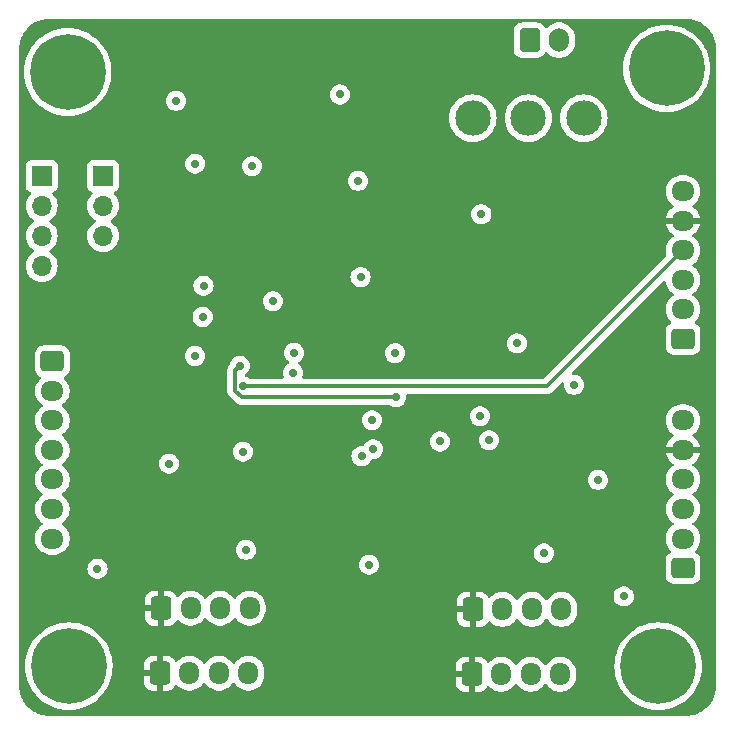
<source format=gbr>
%TF.GenerationSoftware,KiCad,Pcbnew,8.0.5*%
%TF.CreationDate,2024-09-20T22:50:29+02:00*%
%TF.ProjectId,ESE_AL8,4553455f-414c-4382-9e6b-696361645f70,rev?*%
%TF.SameCoordinates,Original*%
%TF.FileFunction,Copper,L3,Inr*%
%TF.FilePolarity,Positive*%
%FSLAX46Y46*%
G04 Gerber Fmt 4.6, Leading zero omitted, Abs format (unit mm)*
G04 Created by KiCad (PCBNEW 8.0.5) date 2024-09-20 22:50:29*
%MOMM*%
%LPD*%
G01*
G04 APERTURE LIST*
G04 Aperture macros list*
%AMRoundRect*
0 Rectangle with rounded corners*
0 $1 Rounding radius*
0 $2 $3 $4 $5 $6 $7 $8 $9 X,Y pos of 4 corners*
0 Add a 4 corners polygon primitive as box body*
4,1,4,$2,$3,$4,$5,$6,$7,$8,$9,$2,$3,0*
0 Add four circle primitives for the rounded corners*
1,1,$1+$1,$2,$3*
1,1,$1+$1,$4,$5*
1,1,$1+$1,$6,$7*
1,1,$1+$1,$8,$9*
0 Add four rect primitives between the rounded corners*
20,1,$1+$1,$2,$3,$4,$5,0*
20,1,$1+$1,$4,$5,$6,$7,0*
20,1,$1+$1,$6,$7,$8,$9,0*
20,1,$1+$1,$8,$9,$2,$3,0*%
G04 Aperture macros list end*
%TA.AperFunction,ComponentPad*%
%ADD10R,1.700000X1.700000*%
%TD*%
%TA.AperFunction,ComponentPad*%
%ADD11O,1.700000X1.700000*%
%TD*%
%TA.AperFunction,ComponentPad*%
%ADD12RoundRect,0.250000X0.725000X-0.600000X0.725000X0.600000X-0.725000X0.600000X-0.725000X-0.600000X0*%
%TD*%
%TA.AperFunction,ComponentPad*%
%ADD13O,1.950000X1.700000*%
%TD*%
%TA.AperFunction,ComponentPad*%
%ADD14C,0.800000*%
%TD*%
%TA.AperFunction,ComponentPad*%
%ADD15C,6.400000*%
%TD*%
%TA.AperFunction,ComponentPad*%
%ADD16RoundRect,0.250000X-0.600000X-0.750000X0.600000X-0.750000X0.600000X0.750000X-0.600000X0.750000X0*%
%TD*%
%TA.AperFunction,ComponentPad*%
%ADD17O,1.700000X2.000000*%
%TD*%
%TA.AperFunction,ComponentPad*%
%ADD18RoundRect,0.250000X-0.725000X0.600000X-0.725000X-0.600000X0.725000X-0.600000X0.725000X0.600000X0*%
%TD*%
%TA.AperFunction,ComponentPad*%
%ADD19RoundRect,0.250000X-0.600000X-0.725000X0.600000X-0.725000X0.600000X0.725000X-0.600000X0.725000X0*%
%TD*%
%TA.AperFunction,ComponentPad*%
%ADD20O,1.700000X1.950000*%
%TD*%
%TA.AperFunction,ComponentPad*%
%ADD21O,3.000000X3.000000*%
%TD*%
%TA.AperFunction,ViaPad*%
%ADD22C,0.700000*%
%TD*%
%TA.AperFunction,Conductor*%
%ADD23C,0.300000*%
%TD*%
G04 APERTURE END LIST*
D10*
%TO.N,GND*%
%TO.C,J102*%
X142400000Y-73800000D03*
D11*
%TO.N,+5V*%
X142400000Y-76340000D03*
%TO.N,SDA_ACCELERO*%
X142400000Y-78880000D03*
%TO.N,SCL_ACCELERO*%
X142400000Y-81420000D03*
%TD*%
D10*
%TO.N,GPIO1*%
%TO.C,J101*%
X147600000Y-73800000D03*
D11*
%TO.N,GPIO2*%
X147600000Y-76340000D03*
%TO.N,GPIO3*%
X147600000Y-78880000D03*
%TD*%
D12*
%TO.N,MOTEUR1-*%
%TO.C,J202*%
X196700000Y-87600000D03*
D13*
%TO.N,GND*%
X196700000Y-85100000D03*
%TO.N,PHASE_A1*%
X196700000Y-82600000D03*
%TO.N,PHASE_B1*%
X196700000Y-80100000D03*
%TO.N,+3.3V*%
X196700000Y-77600000D03*
%TO.N,MOTEUR1+*%
X196700000Y-75100000D03*
%TD*%
D14*
%TO.N,N/C*%
%TO.C,H104*%
X192200000Y-115302900D03*
X192902944Y-113605844D03*
X192902944Y-116999956D03*
X194600000Y-112902900D03*
D15*
X194600000Y-115302900D03*
D14*
X194600000Y-117702900D03*
X196297056Y-113605844D03*
X196297056Y-116999956D03*
X197000000Y-115302900D03*
%TD*%
D16*
%TO.N,+7.2V*%
%TO.C,J301*%
X183700000Y-62300000D03*
D17*
%TO.N,GND*%
X186200000Y-62300000D03*
%TD*%
D18*
%TO.N,+5V*%
%TO.C,J204*%
X143300000Y-89500000D03*
D13*
%TO.N,TX_LIDAR*%
X143300000Y-92000000D03*
%TO.N,RX_LIDAR*%
X143300000Y-94500000D03*
%TO.N,GND*%
X143300000Y-97000000D03*
%TO.N,M_EN_LIDAR*%
X143300000Y-99500000D03*
%TO.N,DEV_EN_LIDAR*%
X143300000Y-102000000D03*
%TO.N,M_SCTR_LIDAR*%
X143300000Y-104500000D03*
%TD*%
D14*
%TO.N,N/C*%
%TO.C,H102*%
X192902900Y-64697100D03*
X193605844Y-63000044D03*
X193605844Y-66394156D03*
X195302900Y-62297100D03*
D15*
X195302900Y-64697100D03*
D14*
X195302900Y-67097100D03*
X196999956Y-63000044D03*
X196999956Y-66394156D03*
X197702900Y-64697100D03*
%TD*%
D12*
%TO.N,MOTEUR2-*%
%TO.C,J203*%
X196700000Y-107000000D03*
D13*
%TO.N,GND*%
X196700000Y-104500000D03*
%TO.N,PHASE_A2*%
X196700000Y-102000000D03*
%TO.N,PHASE_B2*%
X196700000Y-99500000D03*
%TO.N,+3.3V*%
X196700000Y-97000000D03*
%TO.N,MOTEUR2+*%
X196700000Y-94500000D03*
%TD*%
D14*
%TO.N,N/C*%
%TO.C,H101*%
X142200000Y-65000000D03*
X142902944Y-63302944D03*
X142902944Y-66697056D03*
X144600000Y-62600000D03*
D15*
X144600000Y-65000000D03*
D14*
X144600000Y-67400000D03*
X146297056Y-63302944D03*
X146297056Y-66697056D03*
X147000000Y-65000000D03*
%TD*%
%TO.N,N/C*%
%TO.C,H103*%
X142297100Y-115302900D03*
X143000044Y-113605844D03*
X143000044Y-116999956D03*
X144697100Y-112902900D03*
D15*
X144697100Y-115302900D03*
D14*
X144697100Y-117702900D03*
X146394156Y-113605844D03*
X146394156Y-116999956D03*
X147097100Y-115302900D03*
%TD*%
D19*
%TO.N,+3.3V*%
%TO.C,J206*%
X178900000Y-110500000D03*
D20*
%TO.N,GND*%
X181400000Y-110500000D03*
%TO.N,CB_OUT2*%
X183900000Y-110500000D03*
%TO.N,CB_IN*%
X186400000Y-110500000D03*
%TD*%
D19*
%TO.N,+3.3V*%
%TO.C,J205*%
X152500000Y-110400000D03*
D20*
%TO.N,GND*%
X155000000Y-110400000D03*
%TO.N,CB_OUT1*%
X157500000Y-110400000D03*
%TO.N,CB_IN*%
X160000000Y-110400000D03*
%TD*%
D19*
%TO.N,+3.3V*%
%TO.C,J208*%
X178800000Y-116000000D03*
D20*
%TO.N,GND*%
X181300000Y-116000000D03*
%TO.N,CB_OUT4*%
X183800000Y-116000000D03*
%TO.N,CB_IN*%
X186300000Y-116000000D03*
%TD*%
D19*
%TO.N,+3.3V*%
%TO.C,J207*%
X152400000Y-115900000D03*
D20*
%TO.N,GND*%
X154900000Y-115900000D03*
%TO.N,CB_OUT3*%
X157400000Y-115900000D03*
%TO.N,CB_IN*%
X159900000Y-115900000D03*
%TD*%
D21*
%TO.N,+7.2V*%
%TO.C,SW301*%
X178900000Y-68900000D03*
%TO.N,VIN*%
X183600000Y-68900000D03*
%TO.N,GND*%
X188300000Y-68900000D03*
%TD*%
D22*
%TO.N,GND*%
X160220000Y-72970000D03*
X163680000Y-90460000D03*
X155380000Y-89040000D03*
X182620000Y-87980000D03*
X191670000Y-109400000D03*
X172320000Y-88800000D03*
%TO.N,RX_LIDAR*%
X147120000Y-107050000D03*
%TO.N,GND*%
X170100000Y-106710000D03*
X159710000Y-105460000D03*
X179620000Y-77040000D03*
X169160000Y-74210000D03*
X153750000Y-67440000D03*
%TO.N,PHASE_B2*%
X189490000Y-99530000D03*
X170360000Y-94490000D03*
%TO.N,GND*%
X159450000Y-97137500D03*
%TO.N,M_SCTR_LIDAR*%
X169480000Y-97520000D03*
%TO.N,FWD2*%
X180260000Y-96180000D03*
X176100000Y-96280000D03*
%TO.N,INT1_ACCELERO*%
X159160000Y-89860000D03*
X172410300Y-92547000D03*
%TO.N,SCL_ACCELERO*%
X163750000Y-88770000D03*
X156023000Y-85733200D03*
%TO.N,SDA_ACCELERO*%
X161960000Y-84400000D03*
X156100000Y-83080000D03*
%TO.N,PHASE_A2*%
X170470000Y-96940000D03*
%TO.N,PHASE_B1*%
X159460000Y-91600000D03*
%TO.N,PHASE_A1*%
X179490000Y-94150000D03*
%TO.N,+5V*%
X167640000Y-66900000D03*
X169396500Y-82365500D03*
%TO.N,VIN*%
X184900000Y-105750000D03*
X187480000Y-91480000D03*
%TO.N,NRST*%
X155400000Y-72760000D03*
X153180000Y-98150000D03*
%TO.N,+3.3V*%
X164290000Y-100550000D03*
X168310000Y-62080000D03*
X154780000Y-64430000D03*
X167233000Y-89155000D03*
X177714700Y-83756800D03*
X162768500Y-85328500D03*
X154249700Y-91586900D03*
%TD*%
D23*
%TO.N,PHASE_B1*%
X185200000Y-91600000D02*
X196700000Y-80100000D01*
X159460000Y-91600000D02*
X185200000Y-91600000D01*
%TO.N,INT1_ACCELERO*%
X159335100Y-92547000D02*
X172410300Y-92547000D01*
X158755000Y-91966900D02*
X159335100Y-92547000D01*
X158755000Y-90265000D02*
X158755000Y-91966900D01*
X159160000Y-89860000D02*
X158755000Y-90265000D01*
%TD*%
%TA.AperFunction,Conductor*%
%TO.N,+3.3V*%
G36*
X197003736Y-60500726D02*
G01*
X197293796Y-60518271D01*
X197308659Y-60520076D01*
X197590798Y-60571780D01*
X197605335Y-60575363D01*
X197879172Y-60660695D01*
X197893163Y-60666000D01*
X198154743Y-60783727D01*
X198167989Y-60790680D01*
X198413465Y-60939075D01*
X198425776Y-60947573D01*
X198585232Y-61072498D01*
X198651573Y-61124473D01*
X198662781Y-61134403D01*
X198865596Y-61337218D01*
X198875526Y-61348426D01*
X198896657Y-61375398D01*
X198995481Y-61501538D01*
X199052422Y-61574217D01*
X199060926Y-61586537D01*
X199129048Y-61699224D01*
X199209316Y-61832004D01*
X199216275Y-61845263D01*
X199333997Y-62106831D01*
X199339306Y-62120832D01*
X199424635Y-62394663D01*
X199428219Y-62409201D01*
X199479923Y-62691340D01*
X199481728Y-62706205D01*
X199499274Y-62996263D01*
X199499500Y-63003750D01*
X199499500Y-116996249D01*
X199499274Y-117003736D01*
X199481728Y-117293794D01*
X199479923Y-117308659D01*
X199428219Y-117590798D01*
X199424635Y-117605336D01*
X199339306Y-117879167D01*
X199333997Y-117893168D01*
X199216275Y-118154736D01*
X199209316Y-118167995D01*
X199060928Y-118413459D01*
X199052422Y-118425782D01*
X198875526Y-118651573D01*
X198865596Y-118662781D01*
X198662781Y-118865596D01*
X198651573Y-118875526D01*
X198425782Y-119052422D01*
X198413459Y-119060928D01*
X198167995Y-119209316D01*
X198154736Y-119216275D01*
X197893168Y-119333997D01*
X197879167Y-119339306D01*
X197605336Y-119424635D01*
X197590798Y-119428219D01*
X197308659Y-119479923D01*
X197293794Y-119481728D01*
X197003736Y-119499274D01*
X196996249Y-119499500D01*
X143003751Y-119499500D01*
X142996264Y-119499274D01*
X142706205Y-119481728D01*
X142691340Y-119479923D01*
X142409201Y-119428219D01*
X142394663Y-119424635D01*
X142120832Y-119339306D01*
X142106831Y-119333997D01*
X141845263Y-119216275D01*
X141832004Y-119209316D01*
X141586540Y-119060928D01*
X141574217Y-119052422D01*
X141348426Y-118875526D01*
X141337218Y-118865596D01*
X141134403Y-118662781D01*
X141124473Y-118651573D01*
X141015142Y-118512022D01*
X140947573Y-118425776D01*
X140939075Y-118413465D01*
X140790680Y-118167989D01*
X140783727Y-118154743D01*
X140666000Y-117893163D01*
X140660693Y-117879167D01*
X140575364Y-117605336D01*
X140571780Y-117590798D01*
X140538530Y-117409358D01*
X140520075Y-117308657D01*
X140518271Y-117293794D01*
X140500726Y-117003736D01*
X140500500Y-116996249D01*
X140500500Y-115302899D01*
X140991522Y-115302899D01*
X140991522Y-115302900D01*
X141011822Y-115690239D01*
X141016006Y-115716657D01*
X141072498Y-116073333D01*
X141154694Y-116380095D01*
X141172888Y-116447994D01*
X141311887Y-116810097D01*
X141487977Y-117155693D01*
X141699222Y-117480982D01*
X141794119Y-117598170D01*
X141943319Y-117782416D01*
X142217584Y-118056681D01*
X142355045Y-118167995D01*
X142519017Y-118300777D01*
X142844306Y-118512022D01*
X142844311Y-118512025D01*
X143189906Y-118688114D01*
X143552013Y-118827114D01*
X143926667Y-118927502D01*
X144309762Y-118988178D01*
X144675676Y-119007355D01*
X144697099Y-119008478D01*
X144697100Y-119008478D01*
X144697101Y-119008478D01*
X144717401Y-119007414D01*
X145084438Y-118988178D01*
X145467533Y-118927502D01*
X145842187Y-118827114D01*
X146204294Y-118688114D01*
X146549889Y-118512025D01*
X146875184Y-118300776D01*
X147176616Y-118056681D01*
X147450881Y-117782416D01*
X147694976Y-117480984D01*
X147906225Y-117155689D01*
X148082314Y-116810094D01*
X148221314Y-116447987D01*
X148321702Y-116073333D01*
X148382378Y-115690238D01*
X148402678Y-115302900D01*
X148393355Y-115125013D01*
X151050000Y-115125013D01*
X151050000Y-115650000D01*
X151995854Y-115650000D01*
X151957370Y-115716657D01*
X151925000Y-115837465D01*
X151925000Y-115962535D01*
X151957370Y-116083343D01*
X151995854Y-116150000D01*
X151050001Y-116150000D01*
X151050001Y-116674986D01*
X151060494Y-116777697D01*
X151115641Y-116944119D01*
X151115643Y-116944124D01*
X151207684Y-117093345D01*
X151331654Y-117217315D01*
X151480875Y-117309356D01*
X151480880Y-117309358D01*
X151647302Y-117364505D01*
X151647309Y-117364506D01*
X151750019Y-117374999D01*
X152149999Y-117374999D01*
X152150000Y-117374998D01*
X152150000Y-116304145D01*
X152216657Y-116342630D01*
X152337465Y-116375000D01*
X152462535Y-116375000D01*
X152583343Y-116342630D01*
X152650000Y-116304145D01*
X152650000Y-117374999D01*
X153049972Y-117374999D01*
X153049986Y-117374998D01*
X153152697Y-117364505D01*
X153319119Y-117309358D01*
X153319124Y-117309356D01*
X153468345Y-117217315D01*
X153592317Y-117093343D01*
X153687815Y-116938516D01*
X153739763Y-116891791D01*
X153808725Y-116880568D01*
X153872808Y-116908412D01*
X153881035Y-116915931D01*
X154020213Y-117055109D01*
X154192179Y-117180048D01*
X154192181Y-117180049D01*
X154192184Y-117180051D01*
X154381588Y-117276557D01*
X154583757Y-117342246D01*
X154793713Y-117375500D01*
X154793714Y-117375500D01*
X155006286Y-117375500D01*
X155006287Y-117375500D01*
X155216243Y-117342246D01*
X155418412Y-117276557D01*
X155607816Y-117180051D01*
X155642153Y-117155104D01*
X155779786Y-117055109D01*
X155779788Y-117055106D01*
X155779792Y-117055104D01*
X155930104Y-116904792D01*
X156049683Y-116740204D01*
X156105011Y-116697540D01*
X156174624Y-116691561D01*
X156236420Y-116724166D01*
X156250313Y-116740199D01*
X156352296Y-116880568D01*
X156369896Y-116904792D01*
X156520213Y-117055109D01*
X156692179Y-117180048D01*
X156692181Y-117180049D01*
X156692184Y-117180051D01*
X156881588Y-117276557D01*
X157083757Y-117342246D01*
X157293713Y-117375500D01*
X157293714Y-117375500D01*
X157506286Y-117375500D01*
X157506287Y-117375500D01*
X157716243Y-117342246D01*
X157918412Y-117276557D01*
X158107816Y-117180051D01*
X158142153Y-117155104D01*
X158279786Y-117055109D01*
X158279788Y-117055106D01*
X158279792Y-117055104D01*
X158430104Y-116904792D01*
X158549683Y-116740204D01*
X158605011Y-116697540D01*
X158674624Y-116691561D01*
X158736420Y-116724166D01*
X158750313Y-116740199D01*
X158852296Y-116880568D01*
X158869896Y-116904792D01*
X159020213Y-117055109D01*
X159192179Y-117180048D01*
X159192181Y-117180049D01*
X159192184Y-117180051D01*
X159381588Y-117276557D01*
X159583757Y-117342246D01*
X159793713Y-117375500D01*
X159793714Y-117375500D01*
X160006286Y-117375500D01*
X160006287Y-117375500D01*
X160216243Y-117342246D01*
X160418412Y-117276557D01*
X160607816Y-117180051D01*
X160642153Y-117155104D01*
X160779786Y-117055109D01*
X160779788Y-117055106D01*
X160779792Y-117055104D01*
X160930104Y-116904792D01*
X160930106Y-116904788D01*
X160930109Y-116904786D01*
X161055048Y-116732820D01*
X161055047Y-116732820D01*
X161055051Y-116732816D01*
X161151557Y-116543412D01*
X161217246Y-116341243D01*
X161250500Y-116131287D01*
X161250500Y-115668713D01*
X161217246Y-115458757D01*
X161151557Y-115256588D01*
X161135469Y-115225013D01*
X177450000Y-115225013D01*
X177450000Y-115750000D01*
X178395854Y-115750000D01*
X178357370Y-115816657D01*
X178325000Y-115937465D01*
X178325000Y-116062535D01*
X178357370Y-116183343D01*
X178395854Y-116250000D01*
X177450001Y-116250000D01*
X177450001Y-116774986D01*
X177460494Y-116877697D01*
X177515641Y-117044119D01*
X177515643Y-117044124D01*
X177607684Y-117193345D01*
X177731654Y-117317315D01*
X177880875Y-117409356D01*
X177880880Y-117409358D01*
X178047302Y-117464505D01*
X178047309Y-117464506D01*
X178150019Y-117474999D01*
X178549999Y-117474999D01*
X178550000Y-117474998D01*
X178550000Y-116404145D01*
X178616657Y-116442630D01*
X178737465Y-116475000D01*
X178862535Y-116475000D01*
X178983343Y-116442630D01*
X179050000Y-116404145D01*
X179050000Y-117474999D01*
X179449972Y-117474999D01*
X179449986Y-117474998D01*
X179552697Y-117464505D01*
X179719119Y-117409358D01*
X179719124Y-117409356D01*
X179868345Y-117317315D01*
X179992317Y-117193343D01*
X180087815Y-117038516D01*
X180139763Y-116991791D01*
X180208725Y-116980568D01*
X180272808Y-117008412D01*
X180281035Y-117015931D01*
X180420213Y-117155109D01*
X180592179Y-117280048D01*
X180592181Y-117280049D01*
X180592184Y-117280051D01*
X180781588Y-117376557D01*
X180983757Y-117442246D01*
X181193713Y-117475500D01*
X181193714Y-117475500D01*
X181406286Y-117475500D01*
X181406287Y-117475500D01*
X181616243Y-117442246D01*
X181818412Y-117376557D01*
X182007816Y-117280051D01*
X182029789Y-117264086D01*
X182179786Y-117155109D01*
X182179788Y-117155106D01*
X182179792Y-117155104D01*
X182330104Y-117004792D01*
X182449683Y-116840204D01*
X182505011Y-116797540D01*
X182574624Y-116791561D01*
X182636420Y-116824166D01*
X182650313Y-116840199D01*
X182752296Y-116980568D01*
X182769896Y-117004792D01*
X182920213Y-117155109D01*
X183092179Y-117280048D01*
X183092181Y-117280049D01*
X183092184Y-117280051D01*
X183281588Y-117376557D01*
X183483757Y-117442246D01*
X183693713Y-117475500D01*
X183693714Y-117475500D01*
X183906286Y-117475500D01*
X183906287Y-117475500D01*
X184116243Y-117442246D01*
X184318412Y-117376557D01*
X184507816Y-117280051D01*
X184529789Y-117264086D01*
X184679786Y-117155109D01*
X184679788Y-117155106D01*
X184679792Y-117155104D01*
X184830104Y-117004792D01*
X184949683Y-116840204D01*
X185005011Y-116797540D01*
X185074624Y-116791561D01*
X185136420Y-116824166D01*
X185150313Y-116840199D01*
X185252296Y-116980568D01*
X185269896Y-117004792D01*
X185420213Y-117155109D01*
X185592179Y-117280048D01*
X185592181Y-117280049D01*
X185592184Y-117280051D01*
X185781588Y-117376557D01*
X185983757Y-117442246D01*
X186193713Y-117475500D01*
X186193714Y-117475500D01*
X186406286Y-117475500D01*
X186406287Y-117475500D01*
X186616243Y-117442246D01*
X186818412Y-117376557D01*
X187007816Y-117280051D01*
X187029789Y-117264086D01*
X187179786Y-117155109D01*
X187179788Y-117155106D01*
X187179792Y-117155104D01*
X187330104Y-117004792D01*
X187330106Y-117004788D01*
X187330109Y-117004786D01*
X187455048Y-116832820D01*
X187455047Y-116832820D01*
X187455051Y-116832816D01*
X187551557Y-116643412D01*
X187617246Y-116441243D01*
X187650500Y-116231287D01*
X187650500Y-115768713D01*
X187617246Y-115558757D01*
X187551557Y-115356588D01*
X187524201Y-115302899D01*
X190894422Y-115302899D01*
X190894422Y-115302900D01*
X190914722Y-115690239D01*
X190918906Y-115716657D01*
X190975398Y-116073333D01*
X191057594Y-116380095D01*
X191075788Y-116447994D01*
X191214787Y-116810097D01*
X191390877Y-117155693D01*
X191602122Y-117480982D01*
X191697019Y-117598170D01*
X191846219Y-117782416D01*
X192120484Y-118056681D01*
X192257945Y-118167995D01*
X192421917Y-118300777D01*
X192747206Y-118512022D01*
X192747211Y-118512025D01*
X193092806Y-118688114D01*
X193454913Y-118827114D01*
X193829567Y-118927502D01*
X194212662Y-118988178D01*
X194578576Y-119007355D01*
X194599999Y-119008478D01*
X194600000Y-119008478D01*
X194600001Y-119008478D01*
X194620301Y-119007414D01*
X194987338Y-118988178D01*
X195370433Y-118927502D01*
X195745087Y-118827114D01*
X196107194Y-118688114D01*
X196452789Y-118512025D01*
X196778084Y-118300776D01*
X197079516Y-118056681D01*
X197353781Y-117782416D01*
X197597876Y-117480984D01*
X197809125Y-117155689D01*
X197985214Y-116810094D01*
X198124214Y-116447987D01*
X198224602Y-116073333D01*
X198285278Y-115690238D01*
X198305578Y-115302900D01*
X198285278Y-114915562D01*
X198224602Y-114532467D01*
X198124214Y-114157813D01*
X197985214Y-113795706D01*
X197809125Y-113450111D01*
X197597876Y-113124816D01*
X197353781Y-112823384D01*
X197079516Y-112549119D01*
X196778084Y-112305024D01*
X196778082Y-112305022D01*
X196452793Y-112093777D01*
X196107197Y-111917687D01*
X195745094Y-111778688D01*
X195737141Y-111776557D01*
X195370433Y-111678298D01*
X195370429Y-111678297D01*
X195370428Y-111678297D01*
X194987339Y-111617622D01*
X194600001Y-111597322D01*
X194599999Y-111597322D01*
X194212660Y-111617622D01*
X193829572Y-111678297D01*
X193829570Y-111678297D01*
X193454905Y-111778688D01*
X193092802Y-111917687D01*
X192747206Y-112093777D01*
X192421917Y-112305022D01*
X192120488Y-112549115D01*
X192120480Y-112549122D01*
X191846222Y-112823380D01*
X191846215Y-112823388D01*
X191602122Y-113124817D01*
X191390877Y-113450106D01*
X191214787Y-113795702D01*
X191075788Y-114157805D01*
X190975397Y-114532470D01*
X190975397Y-114532472D01*
X190914722Y-114915560D01*
X190894422Y-115302899D01*
X187524201Y-115302899D01*
X187455051Y-115167184D01*
X187455049Y-115167181D01*
X187455048Y-115167179D01*
X187330109Y-114995213D01*
X187179786Y-114844890D01*
X187007820Y-114719951D01*
X186818414Y-114623444D01*
X186818413Y-114623443D01*
X186818412Y-114623443D01*
X186616243Y-114557754D01*
X186616241Y-114557753D01*
X186616240Y-114557753D01*
X186454957Y-114532208D01*
X186406287Y-114524500D01*
X186193713Y-114524500D01*
X186145042Y-114532208D01*
X185983760Y-114557753D01*
X185781585Y-114623444D01*
X185592179Y-114719951D01*
X185420213Y-114844890D01*
X185269894Y-114995209D01*
X185269890Y-114995214D01*
X185150318Y-115159793D01*
X185094989Y-115202459D01*
X185025375Y-115208438D01*
X184963580Y-115175833D01*
X184949682Y-115159793D01*
X184830109Y-114995214D01*
X184830105Y-114995209D01*
X184679786Y-114844890D01*
X184507820Y-114719951D01*
X184318414Y-114623444D01*
X184318413Y-114623443D01*
X184318412Y-114623443D01*
X184116243Y-114557754D01*
X184116241Y-114557753D01*
X184116240Y-114557753D01*
X183954957Y-114532208D01*
X183906287Y-114524500D01*
X183693713Y-114524500D01*
X183645042Y-114532208D01*
X183483760Y-114557753D01*
X183281585Y-114623444D01*
X183092179Y-114719951D01*
X182920213Y-114844890D01*
X182769894Y-114995209D01*
X182769890Y-114995214D01*
X182650318Y-115159793D01*
X182594989Y-115202459D01*
X182525375Y-115208438D01*
X182463580Y-115175833D01*
X182449682Y-115159793D01*
X182330109Y-114995214D01*
X182330105Y-114995209D01*
X182179786Y-114844890D01*
X182007820Y-114719951D01*
X181818414Y-114623444D01*
X181818413Y-114623443D01*
X181818412Y-114623443D01*
X181616243Y-114557754D01*
X181616241Y-114557753D01*
X181616240Y-114557753D01*
X181454957Y-114532208D01*
X181406287Y-114524500D01*
X181193713Y-114524500D01*
X181145042Y-114532208D01*
X180983760Y-114557753D01*
X180781585Y-114623444D01*
X180592179Y-114719951D01*
X180420215Y-114844889D01*
X180281035Y-114984069D01*
X180219712Y-115017553D01*
X180150020Y-115012569D01*
X180094087Y-114970697D01*
X180087815Y-114961484D01*
X179992315Y-114806654D01*
X179868345Y-114682684D01*
X179719124Y-114590643D01*
X179719119Y-114590641D01*
X179552697Y-114535494D01*
X179552690Y-114535493D01*
X179449986Y-114525000D01*
X179050000Y-114525000D01*
X179050000Y-115595854D01*
X178983343Y-115557370D01*
X178862535Y-115525000D01*
X178737465Y-115525000D01*
X178616657Y-115557370D01*
X178550000Y-115595854D01*
X178550000Y-114525000D01*
X178150028Y-114525000D01*
X178150012Y-114525001D01*
X178047302Y-114535494D01*
X177880880Y-114590641D01*
X177880875Y-114590643D01*
X177731654Y-114682684D01*
X177607684Y-114806654D01*
X177515643Y-114955875D01*
X177515641Y-114955880D01*
X177460494Y-115122302D01*
X177460493Y-115122309D01*
X177450000Y-115225013D01*
X161135469Y-115225013D01*
X161055051Y-115067184D01*
X161055049Y-115067181D01*
X161055048Y-115067179D01*
X160930109Y-114895213D01*
X160779786Y-114744890D01*
X160607820Y-114619951D01*
X160418414Y-114523444D01*
X160418413Y-114523443D01*
X160418412Y-114523443D01*
X160216243Y-114457754D01*
X160216241Y-114457753D01*
X160216240Y-114457753D01*
X160054957Y-114432208D01*
X160006287Y-114424500D01*
X159793713Y-114424500D01*
X159745042Y-114432208D01*
X159583760Y-114457753D01*
X159381585Y-114523444D01*
X159192179Y-114619951D01*
X159020213Y-114744890D01*
X158869894Y-114895209D01*
X158869890Y-114895214D01*
X158750318Y-115059793D01*
X158694989Y-115102459D01*
X158625375Y-115108438D01*
X158563580Y-115075833D01*
X158549682Y-115059793D01*
X158430109Y-114895214D01*
X158430105Y-114895209D01*
X158279786Y-114744890D01*
X158107820Y-114619951D01*
X157918414Y-114523444D01*
X157918413Y-114523443D01*
X157918412Y-114523443D01*
X157716243Y-114457754D01*
X157716241Y-114457753D01*
X157716240Y-114457753D01*
X157554957Y-114432208D01*
X157506287Y-114424500D01*
X157293713Y-114424500D01*
X157245042Y-114432208D01*
X157083760Y-114457753D01*
X156881585Y-114523444D01*
X156692179Y-114619951D01*
X156520213Y-114744890D01*
X156369894Y-114895209D01*
X156369890Y-114895214D01*
X156250318Y-115059793D01*
X156194989Y-115102459D01*
X156125375Y-115108438D01*
X156063580Y-115075833D01*
X156049682Y-115059793D01*
X155930109Y-114895214D01*
X155930105Y-114895209D01*
X155779786Y-114744890D01*
X155607820Y-114619951D01*
X155418414Y-114523444D01*
X155418413Y-114523443D01*
X155418412Y-114523443D01*
X155216243Y-114457754D01*
X155216241Y-114457753D01*
X155216240Y-114457753D01*
X155054957Y-114432208D01*
X155006287Y-114424500D01*
X154793713Y-114424500D01*
X154745042Y-114432208D01*
X154583760Y-114457753D01*
X154381585Y-114523444D01*
X154192179Y-114619951D01*
X154020215Y-114744889D01*
X153881035Y-114884069D01*
X153819712Y-114917553D01*
X153750020Y-114912569D01*
X153694087Y-114870697D01*
X153687815Y-114861484D01*
X153592315Y-114706654D01*
X153468345Y-114582684D01*
X153319124Y-114490643D01*
X153319119Y-114490641D01*
X153152697Y-114435494D01*
X153152690Y-114435493D01*
X153049986Y-114425000D01*
X152650000Y-114425000D01*
X152650000Y-115495854D01*
X152583343Y-115457370D01*
X152462535Y-115425000D01*
X152337465Y-115425000D01*
X152216657Y-115457370D01*
X152150000Y-115495854D01*
X152150000Y-114425000D01*
X151750028Y-114425000D01*
X151750012Y-114425001D01*
X151647302Y-114435494D01*
X151480880Y-114490641D01*
X151480875Y-114490643D01*
X151331654Y-114582684D01*
X151207684Y-114706654D01*
X151115643Y-114855875D01*
X151115641Y-114855880D01*
X151060494Y-115022302D01*
X151060493Y-115022309D01*
X151050000Y-115125013D01*
X148393355Y-115125013D01*
X148382378Y-114915562D01*
X148321702Y-114532467D01*
X148221314Y-114157813D01*
X148082314Y-113795706D01*
X147906225Y-113450111D01*
X147694976Y-113124816D01*
X147450881Y-112823384D01*
X147176616Y-112549119D01*
X146875184Y-112305024D01*
X146875182Y-112305022D01*
X146549893Y-112093777D01*
X146204297Y-111917687D01*
X145842194Y-111778688D01*
X145834241Y-111776557D01*
X145467533Y-111678298D01*
X145467529Y-111678297D01*
X145467528Y-111678297D01*
X145084439Y-111617622D01*
X144697101Y-111597322D01*
X144697099Y-111597322D01*
X144309760Y-111617622D01*
X143926672Y-111678297D01*
X143926670Y-111678297D01*
X143552005Y-111778688D01*
X143189902Y-111917687D01*
X142844306Y-112093777D01*
X142519017Y-112305022D01*
X142217588Y-112549115D01*
X142217580Y-112549122D01*
X141943322Y-112823380D01*
X141943315Y-112823388D01*
X141699222Y-113124817D01*
X141487977Y-113450106D01*
X141311887Y-113795702D01*
X141172888Y-114157805D01*
X141072497Y-114532470D01*
X141072497Y-114532472D01*
X141011822Y-114915560D01*
X140991522Y-115302899D01*
X140500500Y-115302899D01*
X140500500Y-109625013D01*
X151150000Y-109625013D01*
X151150000Y-110150000D01*
X152095854Y-110150000D01*
X152057370Y-110216657D01*
X152025000Y-110337465D01*
X152025000Y-110462535D01*
X152057370Y-110583343D01*
X152095854Y-110650000D01*
X151150001Y-110650000D01*
X151150001Y-111174986D01*
X151160494Y-111277697D01*
X151215641Y-111444119D01*
X151215643Y-111444124D01*
X151307684Y-111593345D01*
X151431654Y-111717315D01*
X151580875Y-111809356D01*
X151580880Y-111809358D01*
X151747302Y-111864505D01*
X151747309Y-111864506D01*
X151850019Y-111874999D01*
X152249999Y-111874999D01*
X152250000Y-111874998D01*
X152250000Y-110804145D01*
X152316657Y-110842630D01*
X152437465Y-110875000D01*
X152562535Y-110875000D01*
X152683343Y-110842630D01*
X152750000Y-110804145D01*
X152750000Y-111874999D01*
X153149972Y-111874999D01*
X153149986Y-111874998D01*
X153252697Y-111864505D01*
X153419119Y-111809358D01*
X153419124Y-111809356D01*
X153568345Y-111717315D01*
X153692317Y-111593343D01*
X153787815Y-111438516D01*
X153839763Y-111391791D01*
X153908725Y-111380568D01*
X153972808Y-111408412D01*
X153981035Y-111415931D01*
X154120213Y-111555109D01*
X154292179Y-111680048D01*
X154292181Y-111680049D01*
X154292184Y-111680051D01*
X154481588Y-111776557D01*
X154683757Y-111842246D01*
X154893713Y-111875500D01*
X154893714Y-111875500D01*
X155106286Y-111875500D01*
X155106287Y-111875500D01*
X155316243Y-111842246D01*
X155518412Y-111776557D01*
X155707816Y-111680051D01*
X155793743Y-111617622D01*
X155879786Y-111555109D01*
X155879788Y-111555106D01*
X155879792Y-111555104D01*
X156030104Y-111404792D01*
X156149683Y-111240204D01*
X156205011Y-111197540D01*
X156274624Y-111191561D01*
X156336420Y-111224166D01*
X156350313Y-111240199D01*
X156452296Y-111380568D01*
X156469896Y-111404792D01*
X156620213Y-111555109D01*
X156792179Y-111680048D01*
X156792181Y-111680049D01*
X156792184Y-111680051D01*
X156981588Y-111776557D01*
X157183757Y-111842246D01*
X157393713Y-111875500D01*
X157393714Y-111875500D01*
X157606286Y-111875500D01*
X157606287Y-111875500D01*
X157816243Y-111842246D01*
X158018412Y-111776557D01*
X158207816Y-111680051D01*
X158293743Y-111617622D01*
X158379786Y-111555109D01*
X158379788Y-111555106D01*
X158379792Y-111555104D01*
X158530104Y-111404792D01*
X158649683Y-111240204D01*
X158705011Y-111197540D01*
X158774624Y-111191561D01*
X158836420Y-111224166D01*
X158850313Y-111240199D01*
X158952296Y-111380568D01*
X158969896Y-111404792D01*
X159120213Y-111555109D01*
X159292179Y-111680048D01*
X159292181Y-111680049D01*
X159292184Y-111680051D01*
X159481588Y-111776557D01*
X159683757Y-111842246D01*
X159893713Y-111875500D01*
X159893714Y-111875500D01*
X160106286Y-111875500D01*
X160106287Y-111875500D01*
X160316243Y-111842246D01*
X160518412Y-111776557D01*
X160707816Y-111680051D01*
X160793743Y-111617622D01*
X160879786Y-111555109D01*
X160879788Y-111555106D01*
X160879792Y-111555104D01*
X161030104Y-111404792D01*
X161030106Y-111404788D01*
X161030109Y-111404786D01*
X161155048Y-111232820D01*
X161155047Y-111232820D01*
X161155051Y-111232816D01*
X161251557Y-111043412D01*
X161317246Y-110841243D01*
X161350500Y-110631287D01*
X161350500Y-110168713D01*
X161317246Y-109958757D01*
X161251557Y-109756588D01*
X161235469Y-109725013D01*
X177550000Y-109725013D01*
X177550000Y-110250000D01*
X178495854Y-110250000D01*
X178457370Y-110316657D01*
X178425000Y-110437465D01*
X178425000Y-110562535D01*
X178457370Y-110683343D01*
X178495854Y-110750000D01*
X177550001Y-110750000D01*
X177550001Y-111274986D01*
X177560494Y-111377697D01*
X177615641Y-111544119D01*
X177615643Y-111544124D01*
X177707684Y-111693345D01*
X177831654Y-111817315D01*
X177980875Y-111909356D01*
X177980880Y-111909358D01*
X178147302Y-111964505D01*
X178147309Y-111964506D01*
X178250019Y-111974999D01*
X178649999Y-111974999D01*
X178650000Y-111974998D01*
X178650000Y-110904145D01*
X178716657Y-110942630D01*
X178837465Y-110975000D01*
X178962535Y-110975000D01*
X179083343Y-110942630D01*
X179150000Y-110904145D01*
X179150000Y-111974999D01*
X179549972Y-111974999D01*
X179549986Y-111974998D01*
X179652697Y-111964505D01*
X179819119Y-111909358D01*
X179819124Y-111909356D01*
X179968345Y-111817315D01*
X180092317Y-111693343D01*
X180187815Y-111538516D01*
X180239763Y-111491791D01*
X180308725Y-111480568D01*
X180372808Y-111508412D01*
X180381035Y-111515931D01*
X180520213Y-111655109D01*
X180692179Y-111780048D01*
X180692181Y-111780049D01*
X180692184Y-111780051D01*
X180881588Y-111876557D01*
X181083757Y-111942246D01*
X181293713Y-111975500D01*
X181293714Y-111975500D01*
X181506286Y-111975500D01*
X181506287Y-111975500D01*
X181716243Y-111942246D01*
X181918412Y-111876557D01*
X182107816Y-111780051D01*
X182129789Y-111764086D01*
X182279786Y-111655109D01*
X182279788Y-111655106D01*
X182279792Y-111655104D01*
X182430104Y-111504792D01*
X182549683Y-111340204D01*
X182605011Y-111297540D01*
X182674624Y-111291561D01*
X182736420Y-111324166D01*
X182750313Y-111340199D01*
X182852296Y-111480568D01*
X182869896Y-111504792D01*
X183020213Y-111655109D01*
X183192179Y-111780048D01*
X183192181Y-111780049D01*
X183192184Y-111780051D01*
X183381588Y-111876557D01*
X183583757Y-111942246D01*
X183793713Y-111975500D01*
X183793714Y-111975500D01*
X184006286Y-111975500D01*
X184006287Y-111975500D01*
X184216243Y-111942246D01*
X184418412Y-111876557D01*
X184607816Y-111780051D01*
X184629789Y-111764086D01*
X184779786Y-111655109D01*
X184779788Y-111655106D01*
X184779792Y-111655104D01*
X184930104Y-111504792D01*
X185049683Y-111340204D01*
X185105011Y-111297540D01*
X185174624Y-111291561D01*
X185236420Y-111324166D01*
X185250313Y-111340199D01*
X185352296Y-111480568D01*
X185369896Y-111504792D01*
X185520213Y-111655109D01*
X185692179Y-111780048D01*
X185692181Y-111780049D01*
X185692184Y-111780051D01*
X185881588Y-111876557D01*
X186083757Y-111942246D01*
X186293713Y-111975500D01*
X186293714Y-111975500D01*
X186506286Y-111975500D01*
X186506287Y-111975500D01*
X186716243Y-111942246D01*
X186918412Y-111876557D01*
X187107816Y-111780051D01*
X187129789Y-111764086D01*
X187279786Y-111655109D01*
X187279788Y-111655106D01*
X187279792Y-111655104D01*
X187430104Y-111504792D01*
X187430106Y-111504788D01*
X187430109Y-111504786D01*
X187555048Y-111332820D01*
X187555047Y-111332820D01*
X187555051Y-111332816D01*
X187651557Y-111143412D01*
X187717246Y-110941243D01*
X187750500Y-110731287D01*
X187750500Y-110268713D01*
X187717246Y-110058757D01*
X187651557Y-109856588D01*
X187555051Y-109667184D01*
X187555049Y-109667181D01*
X187555048Y-109667179D01*
X187430109Y-109495213D01*
X187334896Y-109400000D01*
X190814815Y-109400000D01*
X190833503Y-109577805D01*
X190833504Y-109577807D01*
X190888747Y-109747829D01*
X190888750Y-109747835D01*
X190978141Y-109902665D01*
X190998252Y-109925000D01*
X191097764Y-110035521D01*
X191097767Y-110035523D01*
X191097770Y-110035526D01*
X191242407Y-110140612D01*
X191405733Y-110213329D01*
X191580609Y-110250500D01*
X191580610Y-110250500D01*
X191759389Y-110250500D01*
X191759391Y-110250500D01*
X191934267Y-110213329D01*
X192097593Y-110140612D01*
X192242230Y-110035526D01*
X192361859Y-109902665D01*
X192451250Y-109747835D01*
X192506497Y-109577803D01*
X192525185Y-109400000D01*
X192506497Y-109222197D01*
X192473275Y-109119951D01*
X192451252Y-109052170D01*
X192451249Y-109052164D01*
X192441624Y-109035493D01*
X192361859Y-108897335D01*
X192315003Y-108845296D01*
X192242235Y-108764478D01*
X192242232Y-108764476D01*
X192242231Y-108764475D01*
X192242230Y-108764474D01*
X192097593Y-108659388D01*
X191934267Y-108586671D01*
X191934265Y-108586670D01*
X191806594Y-108559533D01*
X191759391Y-108549500D01*
X191580609Y-108549500D01*
X191549954Y-108556015D01*
X191405733Y-108586670D01*
X191405728Y-108586672D01*
X191242408Y-108659387D01*
X191097768Y-108764475D01*
X190978140Y-108897336D01*
X190888750Y-109052164D01*
X190888747Y-109052170D01*
X190833504Y-109222192D01*
X190833503Y-109222194D01*
X190814815Y-109400000D01*
X187334896Y-109400000D01*
X187279786Y-109344890D01*
X187107820Y-109219951D01*
X186918414Y-109123444D01*
X186918413Y-109123443D01*
X186918412Y-109123443D01*
X186716243Y-109057754D01*
X186716241Y-109057753D01*
X186716240Y-109057753D01*
X186554957Y-109032208D01*
X186506287Y-109024500D01*
X186293713Y-109024500D01*
X186245042Y-109032208D01*
X186083760Y-109057753D01*
X185881585Y-109123444D01*
X185692179Y-109219951D01*
X185520213Y-109344890D01*
X185369894Y-109495209D01*
X185369890Y-109495214D01*
X185250318Y-109659793D01*
X185194989Y-109702459D01*
X185125375Y-109708438D01*
X185063580Y-109675833D01*
X185049682Y-109659793D01*
X184930109Y-109495214D01*
X184930105Y-109495209D01*
X184779786Y-109344890D01*
X184607820Y-109219951D01*
X184418414Y-109123444D01*
X184418413Y-109123443D01*
X184418412Y-109123443D01*
X184216243Y-109057754D01*
X184216241Y-109057753D01*
X184216240Y-109057753D01*
X184054957Y-109032208D01*
X184006287Y-109024500D01*
X183793713Y-109024500D01*
X183745042Y-109032208D01*
X183583760Y-109057753D01*
X183381585Y-109123444D01*
X183192179Y-109219951D01*
X183020213Y-109344890D01*
X182869894Y-109495209D01*
X182869890Y-109495214D01*
X182750318Y-109659793D01*
X182694989Y-109702459D01*
X182625375Y-109708438D01*
X182563580Y-109675833D01*
X182549682Y-109659793D01*
X182430109Y-109495214D01*
X182430105Y-109495209D01*
X182279786Y-109344890D01*
X182107820Y-109219951D01*
X181918414Y-109123444D01*
X181918413Y-109123443D01*
X181918412Y-109123443D01*
X181716243Y-109057754D01*
X181716241Y-109057753D01*
X181716240Y-109057753D01*
X181554957Y-109032208D01*
X181506287Y-109024500D01*
X181293713Y-109024500D01*
X181245042Y-109032208D01*
X181083760Y-109057753D01*
X180881585Y-109123444D01*
X180692179Y-109219951D01*
X180520215Y-109344889D01*
X180381035Y-109484069D01*
X180319712Y-109517553D01*
X180250020Y-109512569D01*
X180194087Y-109470697D01*
X180187815Y-109461484D01*
X180092315Y-109306654D01*
X179968345Y-109182684D01*
X179819124Y-109090643D01*
X179819119Y-109090641D01*
X179652697Y-109035494D01*
X179652690Y-109035493D01*
X179549986Y-109025000D01*
X179150000Y-109025000D01*
X179150000Y-110095854D01*
X179083343Y-110057370D01*
X178962535Y-110025000D01*
X178837465Y-110025000D01*
X178716657Y-110057370D01*
X178650000Y-110095854D01*
X178650000Y-109025000D01*
X178250028Y-109025000D01*
X178250012Y-109025001D01*
X178147302Y-109035494D01*
X177980880Y-109090641D01*
X177980875Y-109090643D01*
X177831654Y-109182684D01*
X177707684Y-109306654D01*
X177615643Y-109455875D01*
X177615641Y-109455880D01*
X177560494Y-109622302D01*
X177560493Y-109622309D01*
X177550000Y-109725013D01*
X161235469Y-109725013D01*
X161155051Y-109567184D01*
X161155049Y-109567181D01*
X161155048Y-109567179D01*
X161030109Y-109395213D01*
X160879786Y-109244890D01*
X160707820Y-109119951D01*
X160518414Y-109023444D01*
X160518413Y-109023443D01*
X160518412Y-109023443D01*
X160316243Y-108957754D01*
X160316241Y-108957753D01*
X160316240Y-108957753D01*
X160154957Y-108932208D01*
X160106287Y-108924500D01*
X159893713Y-108924500D01*
X159845042Y-108932208D01*
X159683760Y-108957753D01*
X159481585Y-109023444D01*
X159292179Y-109119951D01*
X159120213Y-109244890D01*
X158969894Y-109395209D01*
X158969890Y-109395214D01*
X158850318Y-109559793D01*
X158794989Y-109602459D01*
X158725375Y-109608438D01*
X158663580Y-109575833D01*
X158649682Y-109559793D01*
X158530109Y-109395214D01*
X158530105Y-109395209D01*
X158379786Y-109244890D01*
X158207820Y-109119951D01*
X158018414Y-109023444D01*
X158018413Y-109023443D01*
X158018412Y-109023443D01*
X157816243Y-108957754D01*
X157816241Y-108957753D01*
X157816240Y-108957753D01*
X157654957Y-108932208D01*
X157606287Y-108924500D01*
X157393713Y-108924500D01*
X157345042Y-108932208D01*
X157183760Y-108957753D01*
X156981585Y-109023444D01*
X156792179Y-109119951D01*
X156620213Y-109244890D01*
X156469894Y-109395209D01*
X156469890Y-109395214D01*
X156350318Y-109559793D01*
X156294989Y-109602459D01*
X156225375Y-109608438D01*
X156163580Y-109575833D01*
X156149682Y-109559793D01*
X156030109Y-109395214D01*
X156030105Y-109395209D01*
X155879786Y-109244890D01*
X155707820Y-109119951D01*
X155518414Y-109023444D01*
X155518413Y-109023443D01*
X155518412Y-109023443D01*
X155316243Y-108957754D01*
X155316241Y-108957753D01*
X155316240Y-108957753D01*
X155154957Y-108932208D01*
X155106287Y-108924500D01*
X154893713Y-108924500D01*
X154845042Y-108932208D01*
X154683760Y-108957753D01*
X154481585Y-109023444D01*
X154292179Y-109119951D01*
X154120215Y-109244889D01*
X153981035Y-109384069D01*
X153919712Y-109417553D01*
X153850020Y-109412569D01*
X153794087Y-109370697D01*
X153787815Y-109361484D01*
X153692315Y-109206654D01*
X153568345Y-109082684D01*
X153419124Y-108990643D01*
X153419119Y-108990641D01*
X153252697Y-108935494D01*
X153252690Y-108935493D01*
X153149986Y-108925000D01*
X152750000Y-108925000D01*
X152750000Y-109995854D01*
X152683343Y-109957370D01*
X152562535Y-109925000D01*
X152437465Y-109925000D01*
X152316657Y-109957370D01*
X152250000Y-109995854D01*
X152250000Y-108925000D01*
X151850028Y-108925000D01*
X151850012Y-108925001D01*
X151747302Y-108935494D01*
X151580880Y-108990641D01*
X151580875Y-108990643D01*
X151431654Y-109082684D01*
X151307684Y-109206654D01*
X151215643Y-109355875D01*
X151215641Y-109355880D01*
X151160494Y-109522302D01*
X151160493Y-109522309D01*
X151150000Y-109625013D01*
X140500500Y-109625013D01*
X140500500Y-107050000D01*
X146264815Y-107050000D01*
X146283503Y-107227805D01*
X146283504Y-107227807D01*
X146338747Y-107397829D01*
X146338750Y-107397835D01*
X146428141Y-107552665D01*
X146435196Y-107560500D01*
X146547764Y-107685521D01*
X146547767Y-107685523D01*
X146547770Y-107685526D01*
X146692407Y-107790612D01*
X146855733Y-107863329D01*
X147030609Y-107900500D01*
X147030610Y-107900500D01*
X147209389Y-107900500D01*
X147209391Y-107900500D01*
X147384267Y-107863329D01*
X147547593Y-107790612D01*
X147692230Y-107685526D01*
X147811859Y-107552665D01*
X147901250Y-107397835D01*
X147956497Y-107227803D01*
X147975185Y-107050000D01*
X147956497Y-106872197D01*
X147903796Y-106710000D01*
X169244815Y-106710000D01*
X169263503Y-106887805D01*
X169263504Y-106887807D01*
X169318747Y-107057829D01*
X169318750Y-107057835D01*
X169408141Y-107212665D01*
X169449812Y-107258946D01*
X169527764Y-107345521D01*
X169527767Y-107345523D01*
X169527770Y-107345526D01*
X169672407Y-107450612D01*
X169835733Y-107523329D01*
X170010609Y-107560500D01*
X170010610Y-107560500D01*
X170189389Y-107560500D01*
X170189391Y-107560500D01*
X170364267Y-107523329D01*
X170527593Y-107450612D01*
X170672230Y-107345526D01*
X170791859Y-107212665D01*
X170881250Y-107057835D01*
X170936497Y-106887803D01*
X170955185Y-106710000D01*
X170936497Y-106532197D01*
X170898246Y-106414474D01*
X170881252Y-106362170D01*
X170881249Y-106362164D01*
X170874225Y-106349998D01*
X170791859Y-106207335D01*
X170745003Y-106155296D01*
X170672235Y-106074478D01*
X170672232Y-106074476D01*
X170672231Y-106074475D01*
X170672230Y-106074474D01*
X170527593Y-105969388D01*
X170364267Y-105896671D01*
X170364265Y-105896670D01*
X170236594Y-105869533D01*
X170189391Y-105859500D01*
X170010609Y-105859500D01*
X169979954Y-105866015D01*
X169835733Y-105896670D01*
X169835728Y-105896672D01*
X169672408Y-105969387D01*
X169527768Y-106074475D01*
X169408140Y-106207336D01*
X169318750Y-106362164D01*
X169318747Y-106362170D01*
X169263504Y-106532192D01*
X169263503Y-106532194D01*
X169244815Y-106710000D01*
X147903796Y-106710000D01*
X147901250Y-106702165D01*
X147811859Y-106547335D01*
X147760783Y-106490610D01*
X147692235Y-106414478D01*
X147692232Y-106414476D01*
X147692231Y-106414475D01*
X147692230Y-106414474D01*
X147547593Y-106309388D01*
X147384267Y-106236671D01*
X147384265Y-106236670D01*
X147256594Y-106209533D01*
X147209391Y-106199500D01*
X147030609Y-106199500D01*
X146999954Y-106206015D01*
X146855733Y-106236670D01*
X146855728Y-106236672D01*
X146692408Y-106309387D01*
X146547768Y-106414475D01*
X146428140Y-106547336D01*
X146338750Y-106702164D01*
X146338747Y-106702170D01*
X146283504Y-106872192D01*
X146283503Y-106872194D01*
X146264815Y-107050000D01*
X140500500Y-107050000D01*
X140500500Y-88849983D01*
X141824500Y-88849983D01*
X141824500Y-90150001D01*
X141824501Y-90150018D01*
X141835000Y-90252796D01*
X141835001Y-90252799D01*
X141889684Y-90417819D01*
X141890186Y-90419334D01*
X141975105Y-90557011D01*
X141982289Y-90568657D01*
X142106344Y-90692712D01*
X142261120Y-90788178D01*
X142307845Y-90840126D01*
X142319068Y-90909088D01*
X142291224Y-90973171D01*
X142283706Y-90981398D01*
X142144889Y-91120215D01*
X142019951Y-91292179D01*
X141923444Y-91481585D01*
X141857753Y-91683760D01*
X141824500Y-91893713D01*
X141824500Y-92106286D01*
X141854124Y-92293329D01*
X141857754Y-92316243D01*
X141862386Y-92330500D01*
X141923444Y-92518414D01*
X142019951Y-92707820D01*
X142144890Y-92879786D01*
X142295209Y-93030105D01*
X142295214Y-93030109D01*
X142459793Y-93149682D01*
X142502459Y-93205011D01*
X142508438Y-93274625D01*
X142475833Y-93336420D01*
X142459793Y-93350318D01*
X142295214Y-93469890D01*
X142295209Y-93469894D01*
X142144890Y-93620213D01*
X142019951Y-93792179D01*
X141923444Y-93981585D01*
X141857753Y-94183760D01*
X141824500Y-94393713D01*
X141824500Y-94606287D01*
X141857754Y-94816243D01*
X141915077Y-94992665D01*
X141923444Y-95018414D01*
X142019951Y-95207820D01*
X142144890Y-95379786D01*
X142295209Y-95530105D01*
X142295214Y-95530109D01*
X142459793Y-95649682D01*
X142502459Y-95705011D01*
X142508438Y-95774625D01*
X142475833Y-95836420D01*
X142459793Y-95850318D01*
X142295214Y-95969890D01*
X142295209Y-95969894D01*
X142144890Y-96120213D01*
X142019951Y-96292179D01*
X141923444Y-96481585D01*
X141857753Y-96683760D01*
X141824500Y-96893713D01*
X141824500Y-97106286D01*
X141857605Y-97315307D01*
X141857754Y-97316243D01*
X141922163Y-97514474D01*
X141923444Y-97518414D01*
X142019951Y-97707820D01*
X142144890Y-97879786D01*
X142295209Y-98030105D01*
X142295214Y-98030109D01*
X142459793Y-98149682D01*
X142502459Y-98205011D01*
X142508438Y-98274625D01*
X142475833Y-98336420D01*
X142459793Y-98350318D01*
X142295214Y-98469890D01*
X142295209Y-98469894D01*
X142144890Y-98620213D01*
X142019951Y-98792179D01*
X141923444Y-98981585D01*
X141857753Y-99183760D01*
X141824500Y-99393713D01*
X141824500Y-99606286D01*
X141857753Y-99816239D01*
X141923444Y-100018414D01*
X142019951Y-100207820D01*
X142144890Y-100379786D01*
X142295209Y-100530105D01*
X142295214Y-100530109D01*
X142459793Y-100649682D01*
X142502459Y-100705011D01*
X142508438Y-100774625D01*
X142475833Y-100836420D01*
X142459793Y-100850318D01*
X142295214Y-100969890D01*
X142295209Y-100969894D01*
X142144890Y-101120213D01*
X142019951Y-101292179D01*
X141923444Y-101481585D01*
X141857753Y-101683760D01*
X141824500Y-101893713D01*
X141824500Y-102106286D01*
X141857753Y-102316239D01*
X141923444Y-102518414D01*
X142019951Y-102707820D01*
X142144890Y-102879786D01*
X142295209Y-103030105D01*
X142295214Y-103030109D01*
X142459793Y-103149682D01*
X142502459Y-103205011D01*
X142508438Y-103274625D01*
X142475833Y-103336420D01*
X142459793Y-103350318D01*
X142295214Y-103469890D01*
X142295209Y-103469894D01*
X142144890Y-103620213D01*
X142019951Y-103792179D01*
X141923444Y-103981585D01*
X141857753Y-104183760D01*
X141824500Y-104393713D01*
X141824500Y-104606286D01*
X141842413Y-104719388D01*
X141857754Y-104816243D01*
X141920511Y-105009389D01*
X141923444Y-105018414D01*
X142019951Y-105207820D01*
X142144890Y-105379786D01*
X142295213Y-105530109D01*
X142467179Y-105655048D01*
X142467181Y-105655049D01*
X142467184Y-105655051D01*
X142656588Y-105751557D01*
X142858757Y-105817246D01*
X143068713Y-105850500D01*
X143068714Y-105850500D01*
X143531286Y-105850500D01*
X143531287Y-105850500D01*
X143741243Y-105817246D01*
X143943412Y-105751557D01*
X144132816Y-105655051D01*
X144154789Y-105639086D01*
X144304786Y-105530109D01*
X144304788Y-105530106D01*
X144304792Y-105530104D01*
X144374896Y-105460000D01*
X158854815Y-105460000D01*
X158873503Y-105637805D01*
X158873504Y-105637807D01*
X158928747Y-105807829D01*
X158928750Y-105807835D01*
X159018141Y-105962665D01*
X159059812Y-106008946D01*
X159137764Y-106095521D01*
X159137767Y-106095523D01*
X159137770Y-106095526D01*
X159282407Y-106200612D01*
X159445733Y-106273329D01*
X159620609Y-106310500D01*
X159620610Y-106310500D01*
X159799389Y-106310500D01*
X159799391Y-106310500D01*
X159974267Y-106273329D01*
X160137593Y-106200612D01*
X160282230Y-106095526D01*
X160301185Y-106074475D01*
X160308148Y-106066741D01*
X160401859Y-105962665D01*
X160491250Y-105807835D01*
X160510042Y-105750000D01*
X184044815Y-105750000D01*
X184063503Y-105927805D01*
X184063504Y-105927807D01*
X184118747Y-106097829D01*
X184118750Y-106097835D01*
X184208141Y-106252665D01*
X184226747Y-106273329D01*
X184327764Y-106385521D01*
X184327767Y-106385523D01*
X184327770Y-106385526D01*
X184472407Y-106490612D01*
X184635733Y-106563329D01*
X184810609Y-106600500D01*
X184810610Y-106600500D01*
X184989389Y-106600500D01*
X184989391Y-106600500D01*
X185164267Y-106563329D01*
X185327593Y-106490612D01*
X185472230Y-106385526D01*
X185493265Y-106362165D01*
X185504235Y-106349981D01*
X185591859Y-106252665D01*
X185681250Y-106097835D01*
X185736497Y-105927803D01*
X185755185Y-105750000D01*
X185736497Y-105572197D01*
X185681250Y-105402165D01*
X185591859Y-105247335D01*
X185545003Y-105195296D01*
X185472235Y-105114478D01*
X185472232Y-105114476D01*
X185472231Y-105114475D01*
X185472230Y-105114474D01*
X185327593Y-105009388D01*
X185164267Y-104936671D01*
X185164265Y-104936670D01*
X185036594Y-104909533D01*
X184989391Y-104899500D01*
X184810609Y-104899500D01*
X184779954Y-104906015D01*
X184635733Y-104936670D01*
X184635728Y-104936672D01*
X184472408Y-105009387D01*
X184327768Y-105114475D01*
X184208140Y-105247336D01*
X184118750Y-105402164D01*
X184118747Y-105402170D01*
X184063504Y-105572192D01*
X184063503Y-105572194D01*
X184044815Y-105750000D01*
X160510042Y-105750000D01*
X160546497Y-105637803D01*
X160565185Y-105460000D01*
X160546497Y-105282197D01*
X160492001Y-105114475D01*
X160491252Y-105112170D01*
X160491249Y-105112164D01*
X160401859Y-104957335D01*
X160349784Y-104899500D01*
X160282235Y-104824478D01*
X160282232Y-104824476D01*
X160282231Y-104824475D01*
X160282230Y-104824474D01*
X160137593Y-104719388D01*
X159974267Y-104646671D01*
X159974265Y-104646670D01*
X159846594Y-104619533D01*
X159799391Y-104609500D01*
X159620609Y-104609500D01*
X159589954Y-104616015D01*
X159445733Y-104646670D01*
X159445728Y-104646672D01*
X159282408Y-104719387D01*
X159137768Y-104824475D01*
X159018140Y-104957336D01*
X158928750Y-105112164D01*
X158928747Y-105112170D01*
X158873504Y-105282192D01*
X158873503Y-105282194D01*
X158854815Y-105460000D01*
X144374896Y-105460000D01*
X144455104Y-105379792D01*
X144455106Y-105379788D01*
X144455109Y-105379786D01*
X144580048Y-105207820D01*
X144580047Y-105207820D01*
X144580051Y-105207816D01*
X144676557Y-105018412D01*
X144742246Y-104816243D01*
X144775500Y-104606287D01*
X144775500Y-104393713D01*
X144742246Y-104183757D01*
X144676557Y-103981588D01*
X144580051Y-103792184D01*
X144580049Y-103792181D01*
X144580048Y-103792179D01*
X144455109Y-103620213D01*
X144304792Y-103469896D01*
X144304784Y-103469890D01*
X144140204Y-103350316D01*
X144097540Y-103294989D01*
X144091561Y-103225376D01*
X144124166Y-103163580D01*
X144140199Y-103149686D01*
X144304792Y-103030104D01*
X144455104Y-102879792D01*
X144455106Y-102879788D01*
X144455109Y-102879786D01*
X144580048Y-102707820D01*
X144580047Y-102707820D01*
X144580051Y-102707816D01*
X144676557Y-102518412D01*
X144742246Y-102316243D01*
X144775500Y-102106287D01*
X144775500Y-101893713D01*
X144742246Y-101683757D01*
X144676557Y-101481588D01*
X144580051Y-101292184D01*
X144580049Y-101292181D01*
X144580048Y-101292179D01*
X144455109Y-101120213D01*
X144304792Y-100969896D01*
X144304784Y-100969890D01*
X144140204Y-100850316D01*
X144097540Y-100794989D01*
X144091561Y-100725376D01*
X144124166Y-100663580D01*
X144140199Y-100649686D01*
X144304792Y-100530104D01*
X144455104Y-100379792D01*
X144455106Y-100379788D01*
X144455109Y-100379786D01*
X144580048Y-100207820D01*
X144580047Y-100207820D01*
X144580051Y-100207816D01*
X144676557Y-100018412D01*
X144742246Y-99816243D01*
X144775500Y-99606287D01*
X144775500Y-99530000D01*
X188634815Y-99530000D01*
X188653503Y-99707805D01*
X188653504Y-99707807D01*
X188708747Y-99877829D01*
X188708750Y-99877835D01*
X188798141Y-100032665D01*
X188839812Y-100078946D01*
X188917764Y-100165521D01*
X188917767Y-100165523D01*
X188917770Y-100165526D01*
X189062407Y-100270612D01*
X189225733Y-100343329D01*
X189400609Y-100380500D01*
X189400610Y-100380500D01*
X189579389Y-100380500D01*
X189579391Y-100380500D01*
X189754267Y-100343329D01*
X189917593Y-100270612D01*
X190062230Y-100165526D01*
X190181859Y-100032665D01*
X190271250Y-99877835D01*
X190326497Y-99707803D01*
X190345185Y-99530000D01*
X190326497Y-99352197D01*
X190298873Y-99267181D01*
X190271252Y-99182170D01*
X190271249Y-99182164D01*
X190181859Y-99027335D01*
X190124228Y-98963329D01*
X190062235Y-98894478D01*
X190062232Y-98894476D01*
X190062231Y-98894475D01*
X190062230Y-98894474D01*
X189917593Y-98789388D01*
X189754267Y-98716671D01*
X189754265Y-98716670D01*
X189626594Y-98689533D01*
X189579391Y-98679500D01*
X189400609Y-98679500D01*
X189369954Y-98686015D01*
X189225733Y-98716670D01*
X189225728Y-98716672D01*
X189062408Y-98789387D01*
X188917768Y-98894475D01*
X188798140Y-99027336D01*
X188708750Y-99182164D01*
X188708747Y-99182170D01*
X188653504Y-99352192D01*
X188653503Y-99352194D01*
X188634815Y-99530000D01*
X144775500Y-99530000D01*
X144775500Y-99393713D01*
X144742246Y-99183757D01*
X144676557Y-98981588D01*
X144580051Y-98792184D01*
X144580049Y-98792181D01*
X144580048Y-98792179D01*
X144455109Y-98620213D01*
X144304792Y-98469896D01*
X144304784Y-98469890D01*
X144140204Y-98350316D01*
X144097540Y-98294989D01*
X144091561Y-98225376D01*
X144124166Y-98163580D01*
X144139837Y-98150000D01*
X152324815Y-98150000D01*
X152343503Y-98327805D01*
X152343504Y-98327807D01*
X152398747Y-98497829D01*
X152398750Y-98497835D01*
X152488141Y-98652665D01*
X152529812Y-98698946D01*
X152607764Y-98785521D01*
X152607767Y-98785523D01*
X152607770Y-98785526D01*
X152752407Y-98890612D01*
X152915733Y-98963329D01*
X153090609Y-99000500D01*
X153090610Y-99000500D01*
X153269389Y-99000500D01*
X153269391Y-99000500D01*
X153444267Y-98963329D01*
X153607593Y-98890612D01*
X153752230Y-98785526D01*
X153871859Y-98652665D01*
X153961250Y-98497835D01*
X154016497Y-98327803D01*
X154035185Y-98150000D01*
X154016497Y-97972197D01*
X153961250Y-97802165D01*
X153871859Y-97647335D01*
X153807199Y-97575523D01*
X153752235Y-97514478D01*
X153752232Y-97514476D01*
X153752231Y-97514475D01*
X153752230Y-97514474D01*
X153607593Y-97409388D01*
X153444267Y-97336671D01*
X153444265Y-97336670D01*
X153316594Y-97309533D01*
X153269391Y-97299500D01*
X153090609Y-97299500D01*
X153059954Y-97306015D01*
X152915733Y-97336670D01*
X152915728Y-97336672D01*
X152752408Y-97409387D01*
X152607768Y-97514475D01*
X152488140Y-97647336D01*
X152398750Y-97802164D01*
X152398747Y-97802170D01*
X152343504Y-97972192D01*
X152343503Y-97972194D01*
X152324815Y-98150000D01*
X144139837Y-98150000D01*
X144140199Y-98149686D01*
X144304792Y-98030104D01*
X144455104Y-97879792D01*
X144455106Y-97879788D01*
X144455109Y-97879786D01*
X144580048Y-97707820D01*
X144580047Y-97707820D01*
X144580051Y-97707816D01*
X144676557Y-97518412D01*
X144742246Y-97316243D01*
X144770556Y-97137500D01*
X158594815Y-97137500D01*
X158613503Y-97315305D01*
X158613504Y-97315307D01*
X158668747Y-97485329D01*
X158668750Y-97485335D01*
X158758141Y-97640165D01*
X158764598Y-97647336D01*
X158877764Y-97773021D01*
X158877767Y-97773023D01*
X158877770Y-97773026D01*
X159022407Y-97878112D01*
X159185733Y-97950829D01*
X159360609Y-97988000D01*
X159360610Y-97988000D01*
X159539389Y-97988000D01*
X159539391Y-97988000D01*
X159714267Y-97950829D01*
X159877593Y-97878112D01*
X160022230Y-97773026D01*
X160023367Y-97771764D01*
X160048148Y-97744241D01*
X160141859Y-97640165D01*
X160211236Y-97520000D01*
X168624815Y-97520000D01*
X168643503Y-97697805D01*
X168643504Y-97697807D01*
X168698747Y-97867829D01*
X168698750Y-97867835D01*
X168788141Y-98022665D01*
X168794844Y-98030109D01*
X168907764Y-98155521D01*
X168907767Y-98155523D01*
X168907770Y-98155526D01*
X169052407Y-98260612D01*
X169215733Y-98333329D01*
X169390609Y-98370500D01*
X169390610Y-98370500D01*
X169569389Y-98370500D01*
X169569391Y-98370500D01*
X169744267Y-98333329D01*
X169907593Y-98260612D01*
X170052230Y-98155526D01*
X170171859Y-98022665D01*
X170261250Y-97867835D01*
X170261250Y-97867834D01*
X170262925Y-97864073D01*
X170264477Y-97862246D01*
X170264500Y-97862207D01*
X170264507Y-97862211D01*
X170308171Y-97810832D01*
X170375019Y-97790506D01*
X170376208Y-97790500D01*
X170559389Y-97790500D01*
X170559391Y-97790500D01*
X170734267Y-97753329D01*
X170897593Y-97680612D01*
X171042230Y-97575526D01*
X171161859Y-97442665D01*
X171251250Y-97287835D01*
X171306497Y-97117803D01*
X171325185Y-96940000D01*
X171306497Y-96762197D01*
X171265115Y-96634836D01*
X171251252Y-96592170D01*
X171251249Y-96592164D01*
X171161859Y-96437335D01*
X171115003Y-96385296D01*
X171042235Y-96304478D01*
X171042232Y-96304476D01*
X171042231Y-96304475D01*
X171042230Y-96304474D01*
X171008545Y-96280000D01*
X175244815Y-96280000D01*
X175263503Y-96457805D01*
X175263504Y-96457807D01*
X175318747Y-96627829D01*
X175318750Y-96627835D01*
X175408141Y-96782665D01*
X175438748Y-96816657D01*
X175527764Y-96915521D01*
X175527767Y-96915523D01*
X175527770Y-96915526D01*
X175672407Y-97020612D01*
X175835733Y-97093329D01*
X176010609Y-97130500D01*
X176010610Y-97130500D01*
X176189389Y-97130500D01*
X176189391Y-97130500D01*
X176364267Y-97093329D01*
X176527593Y-97020612D01*
X176672230Y-96915526D01*
X176791859Y-96782665D01*
X176881250Y-96627835D01*
X176936497Y-96457803D01*
X176955185Y-96280000D01*
X176944674Y-96180000D01*
X179404815Y-96180000D01*
X179423503Y-96357805D01*
X179423504Y-96357807D01*
X179478747Y-96527829D01*
X179478750Y-96527835D01*
X179568141Y-96682665D01*
X179589757Y-96706672D01*
X179687764Y-96815521D01*
X179687767Y-96815523D01*
X179687770Y-96815526D01*
X179832407Y-96920612D01*
X179995733Y-96993329D01*
X180170609Y-97030500D01*
X180170610Y-97030500D01*
X180349389Y-97030500D01*
X180349391Y-97030500D01*
X180524267Y-96993329D01*
X180687593Y-96920612D01*
X180832230Y-96815526D01*
X180951859Y-96682665D01*
X181041250Y-96527835D01*
X181096497Y-96357803D01*
X181115185Y-96180000D01*
X181096497Y-96002197D01*
X181047249Y-95850627D01*
X181041252Y-95832170D01*
X181041249Y-95832164D01*
X180951859Y-95677335D01*
X180905003Y-95625296D01*
X180832235Y-95544478D01*
X180832232Y-95544476D01*
X180832231Y-95544475D01*
X180832230Y-95544474D01*
X180687593Y-95439388D01*
X180524267Y-95366671D01*
X180524265Y-95366670D01*
X180396594Y-95339533D01*
X180349391Y-95329500D01*
X180170609Y-95329500D01*
X180139954Y-95336015D01*
X179995733Y-95366670D01*
X179995728Y-95366672D01*
X179832408Y-95439387D01*
X179687768Y-95544475D01*
X179568140Y-95677336D01*
X179478750Y-95832164D01*
X179478747Y-95832170D01*
X179423504Y-96002192D01*
X179423503Y-96002194D01*
X179404815Y-96180000D01*
X176944674Y-96180000D01*
X176936497Y-96102197D01*
X176881250Y-95932165D01*
X176791859Y-95777335D01*
X176745003Y-95725296D01*
X176672235Y-95644478D01*
X176672232Y-95644476D01*
X176672231Y-95644475D01*
X176672230Y-95644474D01*
X176527593Y-95539388D01*
X176364267Y-95466671D01*
X176364265Y-95466670D01*
X176235906Y-95439387D01*
X176189391Y-95429500D01*
X176010609Y-95429500D01*
X175979954Y-95436015D01*
X175835733Y-95466670D01*
X175835728Y-95466672D01*
X175672408Y-95539387D01*
X175527768Y-95644475D01*
X175408140Y-95777336D01*
X175318750Y-95932164D01*
X175318747Y-95932170D01*
X175263504Y-96102192D01*
X175263503Y-96102194D01*
X175244815Y-96280000D01*
X171008545Y-96280000D01*
X170897593Y-96199388D01*
X170734267Y-96126671D01*
X170734265Y-96126670D01*
X170606594Y-96099533D01*
X170559391Y-96089500D01*
X170380609Y-96089500D01*
X170349954Y-96096015D01*
X170205733Y-96126670D01*
X170205728Y-96126672D01*
X170042408Y-96199387D01*
X169897768Y-96304475D01*
X169778140Y-96437336D01*
X169688751Y-96592163D01*
X169687071Y-96595937D01*
X169685517Y-96597765D01*
X169685501Y-96597793D01*
X169685495Y-96597790D01*
X169641820Y-96649173D01*
X169574971Y-96669494D01*
X169573792Y-96669500D01*
X169569391Y-96669500D01*
X169390609Y-96669500D01*
X169359954Y-96676015D01*
X169215733Y-96706670D01*
X169215728Y-96706672D01*
X169052408Y-96779387D01*
X168907768Y-96884475D01*
X168788140Y-97017336D01*
X168698750Y-97172164D01*
X168698747Y-97172170D01*
X168643504Y-97342192D01*
X168643503Y-97342194D01*
X168624815Y-97520000D01*
X160211236Y-97520000D01*
X160231250Y-97485335D01*
X160286497Y-97315303D01*
X160305185Y-97137500D01*
X160286497Y-96959697D01*
X160258873Y-96874681D01*
X160231252Y-96789670D01*
X160231249Y-96789664D01*
X160141859Y-96634835D01*
X160072109Y-96557370D01*
X160022235Y-96501978D01*
X160022232Y-96501976D01*
X160022231Y-96501975D01*
X160022230Y-96501974D01*
X159877593Y-96396888D01*
X159714267Y-96324171D01*
X159714265Y-96324170D01*
X159586594Y-96297033D01*
X159539391Y-96287000D01*
X159360609Y-96287000D01*
X159329954Y-96293515D01*
X159185733Y-96324170D01*
X159185728Y-96324172D01*
X159022408Y-96396887D01*
X158877768Y-96501975D01*
X158758140Y-96634836D01*
X158668750Y-96789664D01*
X158668747Y-96789670D01*
X158613504Y-96959692D01*
X158613503Y-96959694D01*
X158594815Y-97137500D01*
X144770556Y-97137500D01*
X144775500Y-97106287D01*
X144775500Y-96893713D01*
X144742246Y-96683757D01*
X144676557Y-96481588D01*
X144580051Y-96292184D01*
X144580049Y-96292181D01*
X144580048Y-96292179D01*
X144455109Y-96120213D01*
X144304792Y-95969896D01*
X144252858Y-95932164D01*
X144140204Y-95850316D01*
X144097540Y-95794989D01*
X144091561Y-95725376D01*
X144124166Y-95663580D01*
X144140199Y-95649686D01*
X144304792Y-95530104D01*
X144455104Y-95379792D01*
X144455106Y-95379788D01*
X144455109Y-95379786D01*
X144580048Y-95207820D01*
X144580047Y-95207820D01*
X144580051Y-95207816D01*
X144676557Y-95018412D01*
X144742246Y-94816243D01*
X144775500Y-94606287D01*
X144775500Y-94490000D01*
X169504815Y-94490000D01*
X169523503Y-94667805D01*
X169523504Y-94667807D01*
X169578747Y-94837829D01*
X169578750Y-94837835D01*
X169668141Y-94992665D01*
X169675196Y-95000500D01*
X169787764Y-95125521D01*
X169787767Y-95125523D01*
X169787770Y-95125526D01*
X169932407Y-95230612D01*
X170095733Y-95303329D01*
X170270609Y-95340500D01*
X170270610Y-95340500D01*
X170449389Y-95340500D01*
X170449391Y-95340500D01*
X170624267Y-95303329D01*
X170787593Y-95230612D01*
X170932230Y-95125526D01*
X171051859Y-94992665D01*
X171141250Y-94837835D01*
X171196497Y-94667803D01*
X171215185Y-94490000D01*
X171196497Y-94312197D01*
X171143796Y-94150000D01*
X178634815Y-94150000D01*
X178653503Y-94327805D01*
X178653504Y-94327807D01*
X178708747Y-94497829D01*
X178708750Y-94497835D01*
X178798141Y-94652665D01*
X178839812Y-94698946D01*
X178917764Y-94785521D01*
X178917767Y-94785523D01*
X178917770Y-94785526D01*
X179062407Y-94890612D01*
X179225733Y-94963329D01*
X179400609Y-95000500D01*
X179400610Y-95000500D01*
X179579389Y-95000500D01*
X179579391Y-95000500D01*
X179754267Y-94963329D01*
X179917593Y-94890612D01*
X180062230Y-94785526D01*
X180181859Y-94652665D01*
X180271250Y-94497835D01*
X180305081Y-94393713D01*
X195224500Y-94393713D01*
X195224500Y-94606287D01*
X195257754Y-94816243D01*
X195315077Y-94992665D01*
X195323444Y-95018414D01*
X195419951Y-95207820D01*
X195544890Y-95379786D01*
X195695209Y-95530105D01*
X195695214Y-95530109D01*
X195860218Y-95649991D01*
X195902884Y-95705320D01*
X195908863Y-95774934D01*
X195876258Y-95836729D01*
X195860218Y-95850627D01*
X195695540Y-95970272D01*
X195695535Y-95970276D01*
X195545276Y-96120535D01*
X195545272Y-96120540D01*
X195420379Y-96292442D01*
X195323904Y-96481782D01*
X195258242Y-96683870D01*
X195258242Y-96683873D01*
X195247769Y-96750000D01*
X196295854Y-96750000D01*
X196257370Y-96816657D01*
X196225000Y-96937465D01*
X196225000Y-97062535D01*
X196257370Y-97183343D01*
X196295854Y-97250000D01*
X195247769Y-97250000D01*
X195258242Y-97316126D01*
X195258242Y-97316129D01*
X195323904Y-97518217D01*
X195420379Y-97707557D01*
X195545272Y-97879459D01*
X195545276Y-97879464D01*
X195695535Y-98029723D01*
X195695540Y-98029727D01*
X195860218Y-98149372D01*
X195902884Y-98204701D01*
X195908863Y-98274315D01*
X195876258Y-98336110D01*
X195860218Y-98350008D01*
X195695214Y-98469890D01*
X195695209Y-98469894D01*
X195544890Y-98620213D01*
X195419951Y-98792179D01*
X195323444Y-98981585D01*
X195257753Y-99183760D01*
X195224500Y-99393713D01*
X195224500Y-99606286D01*
X195257753Y-99816239D01*
X195323444Y-100018414D01*
X195419951Y-100207820D01*
X195544890Y-100379786D01*
X195695209Y-100530105D01*
X195695214Y-100530109D01*
X195859793Y-100649682D01*
X195902459Y-100705011D01*
X195908438Y-100774625D01*
X195875833Y-100836420D01*
X195859793Y-100850318D01*
X195695214Y-100969890D01*
X195695209Y-100969894D01*
X195544890Y-101120213D01*
X195419951Y-101292179D01*
X195323444Y-101481585D01*
X195257753Y-101683760D01*
X195224500Y-101893713D01*
X195224500Y-102106286D01*
X195257753Y-102316239D01*
X195323444Y-102518414D01*
X195419951Y-102707820D01*
X195544890Y-102879786D01*
X195695209Y-103030105D01*
X195695214Y-103030109D01*
X195859793Y-103149682D01*
X195902459Y-103205011D01*
X195908438Y-103274625D01*
X195875833Y-103336420D01*
X195859793Y-103350318D01*
X195695214Y-103469890D01*
X195695209Y-103469894D01*
X195544890Y-103620213D01*
X195419951Y-103792179D01*
X195323444Y-103981585D01*
X195257753Y-104183760D01*
X195224500Y-104393713D01*
X195224500Y-104606286D01*
X195242413Y-104719388D01*
X195257754Y-104816243D01*
X195320511Y-105009389D01*
X195323444Y-105018414D01*
X195419951Y-105207820D01*
X195544890Y-105379786D01*
X195683705Y-105518601D01*
X195717190Y-105579924D01*
X195712206Y-105649616D01*
X195670334Y-105705549D01*
X195661121Y-105711821D01*
X195506342Y-105807289D01*
X195382289Y-105931342D01*
X195290187Y-106080663D01*
X195290185Y-106080668D01*
X195262349Y-106164670D01*
X195235001Y-106247203D01*
X195235001Y-106247204D01*
X195235000Y-106247204D01*
X195224500Y-106349983D01*
X195224500Y-107650001D01*
X195224501Y-107650018D01*
X195235000Y-107752796D01*
X195235001Y-107752799D01*
X195271628Y-107863329D01*
X195290186Y-107919334D01*
X195382288Y-108068656D01*
X195506344Y-108192712D01*
X195655666Y-108284814D01*
X195822203Y-108339999D01*
X195924991Y-108350500D01*
X197475008Y-108350499D01*
X197577797Y-108339999D01*
X197744334Y-108284814D01*
X197893656Y-108192712D01*
X198017712Y-108068656D01*
X198109814Y-107919334D01*
X198164999Y-107752797D01*
X198175500Y-107650009D01*
X198175499Y-106349992D01*
X198164999Y-106247203D01*
X198109814Y-106080666D01*
X198017712Y-105931344D01*
X197893656Y-105807288D01*
X197744334Y-105715186D01*
X197744333Y-105715185D01*
X197738878Y-105711821D01*
X197692154Y-105659873D01*
X197680931Y-105590910D01*
X197708775Y-105526828D01*
X197716272Y-105518623D01*
X197855104Y-105379792D01*
X197980051Y-105207816D01*
X198076557Y-105018412D01*
X198142246Y-104816243D01*
X198175500Y-104606287D01*
X198175500Y-104393713D01*
X198142246Y-104183757D01*
X198076557Y-103981588D01*
X197980051Y-103792184D01*
X197980049Y-103792181D01*
X197980048Y-103792179D01*
X197855109Y-103620213D01*
X197704792Y-103469896D01*
X197704784Y-103469890D01*
X197540204Y-103350316D01*
X197497540Y-103294989D01*
X197491561Y-103225376D01*
X197524166Y-103163580D01*
X197540199Y-103149686D01*
X197704792Y-103030104D01*
X197855104Y-102879792D01*
X197855106Y-102879788D01*
X197855109Y-102879786D01*
X197980048Y-102707820D01*
X197980047Y-102707820D01*
X197980051Y-102707816D01*
X198076557Y-102518412D01*
X198142246Y-102316243D01*
X198175500Y-102106287D01*
X198175500Y-101893713D01*
X198142246Y-101683757D01*
X198076557Y-101481588D01*
X197980051Y-101292184D01*
X197980049Y-101292181D01*
X197980048Y-101292179D01*
X197855109Y-101120213D01*
X197704792Y-100969896D01*
X197704784Y-100969890D01*
X197540204Y-100850316D01*
X197497540Y-100794989D01*
X197491561Y-100725376D01*
X197524166Y-100663580D01*
X197540199Y-100649686D01*
X197704792Y-100530104D01*
X197855104Y-100379792D01*
X197855106Y-100379788D01*
X197855109Y-100379786D01*
X197980048Y-100207820D01*
X197980047Y-100207820D01*
X197980051Y-100207816D01*
X198076557Y-100018412D01*
X198142246Y-99816243D01*
X198175500Y-99606287D01*
X198175500Y-99393713D01*
X198142246Y-99183757D01*
X198076557Y-98981588D01*
X197980051Y-98792184D01*
X197980049Y-98792181D01*
X197980048Y-98792179D01*
X197855109Y-98620213D01*
X197704790Y-98469894D01*
X197704785Y-98469890D01*
X197539781Y-98350008D01*
X197497115Y-98294678D01*
X197491136Y-98225065D01*
X197523741Y-98163270D01*
X197539781Y-98149371D01*
X197704466Y-98029721D01*
X197854723Y-97879464D01*
X197854727Y-97879459D01*
X197979620Y-97707557D01*
X198076095Y-97518217D01*
X198141757Y-97316129D01*
X198141757Y-97316126D01*
X198152231Y-97250000D01*
X197104146Y-97250000D01*
X197142630Y-97183343D01*
X197175000Y-97062535D01*
X197175000Y-96937465D01*
X197142630Y-96816657D01*
X197104146Y-96750000D01*
X198152231Y-96750000D01*
X198141757Y-96683873D01*
X198141757Y-96683870D01*
X198076095Y-96481782D01*
X197979620Y-96292442D01*
X197854727Y-96120540D01*
X197854723Y-96120535D01*
X197704464Y-95970276D01*
X197704459Y-95970272D01*
X197539781Y-95850627D01*
X197497115Y-95795297D01*
X197491136Y-95725684D01*
X197523741Y-95663889D01*
X197539776Y-95649994D01*
X197704792Y-95530104D01*
X197855104Y-95379792D01*
X197855106Y-95379788D01*
X197855109Y-95379786D01*
X197980048Y-95207820D01*
X197980047Y-95207820D01*
X197980051Y-95207816D01*
X198076557Y-95018412D01*
X198142246Y-94816243D01*
X198175500Y-94606287D01*
X198175500Y-94393713D01*
X198142246Y-94183757D01*
X198076557Y-93981588D01*
X197980051Y-93792184D01*
X197980049Y-93792181D01*
X197980048Y-93792179D01*
X197855109Y-93620213D01*
X197704786Y-93469890D01*
X197532820Y-93344951D01*
X197343414Y-93248444D01*
X197343413Y-93248443D01*
X197343412Y-93248443D01*
X197141243Y-93182754D01*
X197141241Y-93182753D01*
X197141240Y-93182753D01*
X196966334Y-93155051D01*
X196931287Y-93149500D01*
X196468713Y-93149500D01*
X196433666Y-93155051D01*
X196258760Y-93182753D01*
X196056585Y-93248444D01*
X195867179Y-93344951D01*
X195695213Y-93469890D01*
X195544890Y-93620213D01*
X195419951Y-93792179D01*
X195323444Y-93981585D01*
X195257753Y-94183760D01*
X195224500Y-94393713D01*
X180305081Y-94393713D01*
X180326497Y-94327803D01*
X180345185Y-94150000D01*
X180326497Y-93972197D01*
X180271250Y-93802165D01*
X180181859Y-93647335D01*
X180135003Y-93595296D01*
X180062235Y-93514478D01*
X180062232Y-93514476D01*
X180062231Y-93514475D01*
X180062230Y-93514474D01*
X179917593Y-93409388D01*
X179754267Y-93336671D01*
X179754265Y-93336670D01*
X179626594Y-93309533D01*
X179579391Y-93299500D01*
X179400609Y-93299500D01*
X179369954Y-93306015D01*
X179225733Y-93336670D01*
X179225728Y-93336672D01*
X179062408Y-93409387D01*
X178917768Y-93514475D01*
X178798140Y-93647336D01*
X178708750Y-93802164D01*
X178708747Y-93802170D01*
X178653504Y-93972192D01*
X178653503Y-93972194D01*
X178634815Y-94150000D01*
X171143796Y-94150000D01*
X171141250Y-94142165D01*
X171051859Y-93987335D01*
X171005003Y-93935296D01*
X170932235Y-93854478D01*
X170932232Y-93854476D01*
X170932231Y-93854475D01*
X170932230Y-93854474D01*
X170787593Y-93749388D01*
X170624267Y-93676671D01*
X170624265Y-93676670D01*
X170496594Y-93649533D01*
X170449391Y-93639500D01*
X170270609Y-93639500D01*
X170239954Y-93646015D01*
X170095733Y-93676670D01*
X170095728Y-93676672D01*
X169932408Y-93749387D01*
X169787768Y-93854475D01*
X169668140Y-93987336D01*
X169578750Y-94142164D01*
X169578747Y-94142170D01*
X169523504Y-94312192D01*
X169523503Y-94312194D01*
X169504815Y-94490000D01*
X144775500Y-94490000D01*
X144775500Y-94393713D01*
X144742246Y-94183757D01*
X144676557Y-93981588D01*
X144580051Y-93792184D01*
X144580049Y-93792181D01*
X144580048Y-93792179D01*
X144455109Y-93620213D01*
X144304792Y-93469896D01*
X144304784Y-93469890D01*
X144140204Y-93350316D01*
X144097540Y-93294989D01*
X144091561Y-93225376D01*
X144124166Y-93163580D01*
X144140199Y-93149686D01*
X144304792Y-93030104D01*
X144455104Y-92879792D01*
X144455106Y-92879788D01*
X144455109Y-92879786D01*
X144580048Y-92707820D01*
X144580047Y-92707820D01*
X144580051Y-92707816D01*
X144676557Y-92518412D01*
X144742246Y-92316243D01*
X144775500Y-92106287D01*
X144775500Y-91893713D01*
X144742246Y-91683757D01*
X144676557Y-91481588D01*
X144580051Y-91292184D01*
X144580049Y-91292181D01*
X144580048Y-91292179D01*
X144455109Y-91120213D01*
X144316294Y-90981398D01*
X144282809Y-90920075D01*
X144287793Y-90850383D01*
X144329665Y-90794450D01*
X144338879Y-90788178D01*
X144344331Y-90784814D01*
X144344334Y-90784814D01*
X144493656Y-90692712D01*
X144617712Y-90568656D01*
X144709814Y-90419334D01*
X144764999Y-90252797D01*
X144770298Y-90200928D01*
X158104500Y-90200928D01*
X158104500Y-92030970D01*
X158124662Y-92132325D01*
X158124662Y-92132328D01*
X158129497Y-92156635D01*
X158129500Y-92156647D01*
X158178532Y-92275023D01*
X158206074Y-92316243D01*
X158241456Y-92369197D01*
X158249726Y-92381573D01*
X158920427Y-93052274D01*
X158971327Y-93086284D01*
X159026966Y-93123461D01*
X159026972Y-93123464D01*
X159026973Y-93123465D01*
X159145356Y-93172501D01*
X159145360Y-93172501D01*
X159145361Y-93172502D01*
X159271028Y-93197500D01*
X159271031Y-93197500D01*
X171818389Y-93197500D01*
X171885428Y-93217185D01*
X171891276Y-93221182D01*
X171982707Y-93287612D01*
X172146033Y-93360329D01*
X172320909Y-93397500D01*
X172320910Y-93397500D01*
X172499689Y-93397500D01*
X172499691Y-93397500D01*
X172674567Y-93360329D01*
X172837893Y-93287612D01*
X172982530Y-93182526D01*
X172991558Y-93172500D01*
X173035708Y-93123466D01*
X173102159Y-93049665D01*
X173191550Y-92894835D01*
X173246797Y-92724803D01*
X173265485Y-92547000D01*
X173248716Y-92387459D01*
X173261285Y-92318732D01*
X173309017Y-92267708D01*
X173372037Y-92250500D01*
X185264071Y-92250500D01*
X185348615Y-92233682D01*
X185389744Y-92225501D01*
X185508127Y-92176465D01*
X185614669Y-92105277D01*
X186422413Y-91297533D01*
X186483736Y-91264048D01*
X186553427Y-91269032D01*
X186609361Y-91310904D01*
X186633778Y-91376368D01*
X186633415Y-91398175D01*
X186624815Y-91479999D01*
X186643503Y-91657805D01*
X186643504Y-91657807D01*
X186698747Y-91827829D01*
X186698750Y-91827835D01*
X186788141Y-91982665D01*
X186829812Y-92028946D01*
X186907764Y-92115521D01*
X186907767Y-92115523D01*
X186907770Y-92115526D01*
X187052407Y-92220612D01*
X187215733Y-92293329D01*
X187390609Y-92330500D01*
X187390610Y-92330500D01*
X187569389Y-92330500D01*
X187569391Y-92330500D01*
X187744267Y-92293329D01*
X187907593Y-92220612D01*
X188052230Y-92115526D01*
X188061459Y-92105277D01*
X188078148Y-92086741D01*
X188171859Y-91982665D01*
X188261250Y-91827835D01*
X188316497Y-91657803D01*
X188335185Y-91480000D01*
X188316497Y-91302197D01*
X188261250Y-91132165D01*
X188171859Y-90977335D01*
X188081527Y-90877011D01*
X188052235Y-90844478D01*
X188052232Y-90844476D01*
X188052231Y-90844475D01*
X188052230Y-90844474D01*
X187907593Y-90739388D01*
X187744267Y-90666671D01*
X187744265Y-90666670D01*
X187608463Y-90637805D01*
X187569391Y-90629500D01*
X187390609Y-90629500D01*
X187389809Y-90629500D01*
X187322770Y-90609815D01*
X187277015Y-90557011D01*
X187267071Y-90487853D01*
X187296096Y-90424297D01*
X187302128Y-90417819D01*
X192972117Y-84747829D01*
X195023590Y-82696355D01*
X195084911Y-82662872D01*
X195154603Y-82667856D01*
X195210536Y-82709728D01*
X195233742Y-82764640D01*
X195255528Y-82902194D01*
X195257754Y-82916243D01*
X195319446Y-83106112D01*
X195323444Y-83118414D01*
X195419951Y-83307820D01*
X195544890Y-83479786D01*
X195695209Y-83630105D01*
X195695214Y-83630109D01*
X195859793Y-83749682D01*
X195902459Y-83805011D01*
X195908438Y-83874625D01*
X195875833Y-83936420D01*
X195859793Y-83950318D01*
X195695214Y-84069890D01*
X195695209Y-84069894D01*
X195544890Y-84220213D01*
X195419951Y-84392179D01*
X195323444Y-84581585D01*
X195257753Y-84783760D01*
X195236195Y-84919872D01*
X195224500Y-84993713D01*
X195224500Y-85206287D01*
X195257754Y-85416243D01*
X195302966Y-85555392D01*
X195323444Y-85618414D01*
X195419951Y-85807820D01*
X195544890Y-85979786D01*
X195683705Y-86118601D01*
X195717190Y-86179924D01*
X195712206Y-86249616D01*
X195670334Y-86305549D01*
X195661121Y-86311821D01*
X195506342Y-86407289D01*
X195382289Y-86531342D01*
X195290187Y-86680663D01*
X195290186Y-86680666D01*
X195235001Y-86847203D01*
X195235001Y-86847204D01*
X195235000Y-86847204D01*
X195224500Y-86949983D01*
X195224500Y-88250001D01*
X195224501Y-88250018D01*
X195235000Y-88352796D01*
X195235001Y-88352799D01*
X195290185Y-88519331D01*
X195290187Y-88519336D01*
X195325069Y-88575888D01*
X195382288Y-88668656D01*
X195506344Y-88792712D01*
X195655666Y-88884814D01*
X195822203Y-88939999D01*
X195924991Y-88950500D01*
X197475008Y-88950499D01*
X197577797Y-88939999D01*
X197744334Y-88884814D01*
X197893656Y-88792712D01*
X198017712Y-88668656D01*
X198109814Y-88519334D01*
X198164999Y-88352797D01*
X198175500Y-88250009D01*
X198175499Y-86949992D01*
X198164999Y-86847203D01*
X198109814Y-86680666D01*
X198017712Y-86531344D01*
X197893656Y-86407288D01*
X197744334Y-86315186D01*
X197744333Y-86315185D01*
X197738878Y-86311821D01*
X197692154Y-86259873D01*
X197680931Y-86190910D01*
X197708775Y-86126828D01*
X197716272Y-86118623D01*
X197855104Y-85979792D01*
X197980051Y-85807816D01*
X198076557Y-85618412D01*
X198142246Y-85416243D01*
X198175500Y-85206287D01*
X198175500Y-84993713D01*
X198142246Y-84783757D01*
X198076557Y-84581588D01*
X197980051Y-84392184D01*
X197980049Y-84392181D01*
X197980048Y-84392179D01*
X197855109Y-84220213D01*
X197704792Y-84069896D01*
X197680386Y-84052164D01*
X197540204Y-83950316D01*
X197497540Y-83894989D01*
X197491561Y-83825376D01*
X197524166Y-83763580D01*
X197540199Y-83749686D01*
X197704792Y-83630104D01*
X197855104Y-83479792D01*
X197855106Y-83479788D01*
X197855109Y-83479786D01*
X197980048Y-83307820D01*
X197980047Y-83307820D01*
X197980051Y-83307816D01*
X198076557Y-83118412D01*
X198142246Y-82916243D01*
X198175500Y-82706287D01*
X198175500Y-82493713D01*
X198142246Y-82283757D01*
X198076557Y-82081588D01*
X197980051Y-81892184D01*
X197980049Y-81892181D01*
X197980048Y-81892179D01*
X197855109Y-81720213D01*
X197704792Y-81569896D01*
X197680394Y-81552170D01*
X197540204Y-81450316D01*
X197497540Y-81394989D01*
X197491561Y-81325376D01*
X197524166Y-81263580D01*
X197540199Y-81249686D01*
X197704792Y-81130104D01*
X197855104Y-80979792D01*
X197855106Y-80979788D01*
X197855109Y-80979786D01*
X197980048Y-80807820D01*
X197980047Y-80807820D01*
X197980051Y-80807816D01*
X198076557Y-80618412D01*
X198142246Y-80416243D01*
X198175500Y-80206287D01*
X198175500Y-79993713D01*
X198142246Y-79783757D01*
X198076557Y-79581588D01*
X197980051Y-79392184D01*
X197980049Y-79392181D01*
X197980048Y-79392179D01*
X197855109Y-79220213D01*
X197704790Y-79069894D01*
X197704785Y-79069890D01*
X197539781Y-78950008D01*
X197497115Y-78894678D01*
X197491136Y-78825065D01*
X197523741Y-78763270D01*
X197539781Y-78749371D01*
X197704466Y-78629721D01*
X197854723Y-78479464D01*
X197854727Y-78479459D01*
X197979620Y-78307557D01*
X198076095Y-78118217D01*
X198141757Y-77916129D01*
X198141757Y-77916126D01*
X198152231Y-77850000D01*
X197104146Y-77850000D01*
X197142630Y-77783343D01*
X197175000Y-77662535D01*
X197175000Y-77537465D01*
X197142630Y-77416657D01*
X197104146Y-77350000D01*
X198152231Y-77350000D01*
X198141757Y-77283873D01*
X198141757Y-77283870D01*
X198076095Y-77081782D01*
X197979620Y-76892442D01*
X197854727Y-76720540D01*
X197854723Y-76720535D01*
X197704464Y-76570276D01*
X197704459Y-76570272D01*
X197539781Y-76450627D01*
X197497115Y-76395297D01*
X197491136Y-76325684D01*
X197523741Y-76263889D01*
X197539776Y-76249994D01*
X197704792Y-76130104D01*
X197855104Y-75979792D01*
X197855106Y-75979788D01*
X197855109Y-75979786D01*
X197980048Y-75807820D01*
X197980047Y-75807820D01*
X197980051Y-75807816D01*
X198076557Y-75618412D01*
X198142246Y-75416243D01*
X198175500Y-75206287D01*
X198175500Y-74993713D01*
X198142246Y-74783757D01*
X198076557Y-74581588D01*
X197980051Y-74392184D01*
X197980049Y-74392181D01*
X197980048Y-74392179D01*
X197855109Y-74220213D01*
X197704786Y-74069890D01*
X197532820Y-73944951D01*
X197343414Y-73848444D01*
X197343413Y-73848443D01*
X197343412Y-73848443D01*
X197141243Y-73782754D01*
X197141241Y-73782753D01*
X197141240Y-73782753D01*
X196979957Y-73757208D01*
X196931287Y-73749500D01*
X196468713Y-73749500D01*
X196420042Y-73757208D01*
X196258760Y-73782753D01*
X196056585Y-73848444D01*
X195867179Y-73944951D01*
X195695213Y-74069890D01*
X195544890Y-74220213D01*
X195419951Y-74392179D01*
X195323444Y-74581585D01*
X195257753Y-74783760D01*
X195224500Y-74993713D01*
X195224500Y-75206287D01*
X195234534Y-75269644D01*
X195257753Y-75416239D01*
X195323444Y-75618414D01*
X195419951Y-75807820D01*
X195544890Y-75979786D01*
X195695209Y-76130105D01*
X195695214Y-76130109D01*
X195860218Y-76249991D01*
X195902884Y-76305320D01*
X195908863Y-76374934D01*
X195876258Y-76436729D01*
X195860218Y-76450627D01*
X195695540Y-76570272D01*
X195695535Y-76570276D01*
X195545276Y-76720535D01*
X195545272Y-76720540D01*
X195420379Y-76892442D01*
X195323904Y-77081782D01*
X195258242Y-77283870D01*
X195258242Y-77283873D01*
X195247769Y-77350000D01*
X196295854Y-77350000D01*
X196257370Y-77416657D01*
X196225000Y-77537465D01*
X196225000Y-77662535D01*
X196257370Y-77783343D01*
X196295854Y-77850000D01*
X195247769Y-77850000D01*
X195258242Y-77916126D01*
X195258242Y-77916129D01*
X195323904Y-78118217D01*
X195420379Y-78307557D01*
X195545272Y-78479459D01*
X195545276Y-78479464D01*
X195695535Y-78629723D01*
X195695540Y-78629727D01*
X195860218Y-78749372D01*
X195902884Y-78804701D01*
X195908863Y-78874315D01*
X195876258Y-78936110D01*
X195860218Y-78950008D01*
X195695214Y-79069890D01*
X195695209Y-79069894D01*
X195544890Y-79220213D01*
X195419951Y-79392179D01*
X195323444Y-79581585D01*
X195257753Y-79783760D01*
X195224500Y-79993713D01*
X195224500Y-80206286D01*
X195257753Y-80416240D01*
X195257754Y-80416244D01*
X195284805Y-80499499D01*
X195286800Y-80569340D01*
X195254555Y-80625497D01*
X184966873Y-90913181D01*
X184905550Y-90946666D01*
X184879192Y-90949500D01*
X164585892Y-90949500D01*
X164518853Y-90929815D01*
X164473098Y-90877011D01*
X164463154Y-90807853D01*
X164467961Y-90787182D01*
X164500957Y-90685630D01*
X164516497Y-90637803D01*
X164535185Y-90460000D01*
X164516497Y-90282197D01*
X164473549Y-90150016D01*
X164461252Y-90112170D01*
X164461249Y-90112164D01*
X164439943Y-90075261D01*
X164371859Y-89957335D01*
X164325003Y-89905296D01*
X164252235Y-89824478D01*
X164252226Y-89824471D01*
X164129774Y-89735502D01*
X164087108Y-89680172D01*
X164081130Y-89610558D01*
X164113737Y-89548764D01*
X164152220Y-89521908D01*
X164177593Y-89510612D01*
X164322230Y-89405526D01*
X164441859Y-89272665D01*
X164531250Y-89117835D01*
X164586497Y-88947803D01*
X164602032Y-88800000D01*
X171464815Y-88800000D01*
X171483503Y-88977805D01*
X171483504Y-88977807D01*
X171538747Y-89147829D01*
X171538750Y-89147835D01*
X171628141Y-89302665D01*
X171669812Y-89348946D01*
X171747764Y-89435521D01*
X171747767Y-89435523D01*
X171747770Y-89435526D01*
X171892407Y-89540612D01*
X172055733Y-89613329D01*
X172230609Y-89650500D01*
X172230610Y-89650500D01*
X172409389Y-89650500D01*
X172409391Y-89650500D01*
X172584267Y-89613329D01*
X172747593Y-89540612D01*
X172892230Y-89435526D01*
X173011859Y-89302665D01*
X173101250Y-89147835D01*
X173156497Y-88977803D01*
X173175185Y-88800000D01*
X173156497Y-88622197D01*
X173111160Y-88482665D01*
X173101252Y-88452170D01*
X173101249Y-88452164D01*
X173089229Y-88431344D01*
X173011859Y-88297335D01*
X172948232Y-88226670D01*
X172892235Y-88164478D01*
X172892232Y-88164476D01*
X172892231Y-88164475D01*
X172892230Y-88164474D01*
X172747593Y-88059388D01*
X172584267Y-87986671D01*
X172584265Y-87986670D01*
X172552885Y-87980000D01*
X181764815Y-87980000D01*
X181783503Y-88157805D01*
X181783504Y-88157807D01*
X181838747Y-88327829D01*
X181838750Y-88327835D01*
X181928141Y-88482665D01*
X181961155Y-88519331D01*
X182047764Y-88615521D01*
X182047767Y-88615523D01*
X182047770Y-88615526D01*
X182192407Y-88720612D01*
X182355733Y-88793329D01*
X182530609Y-88830500D01*
X182530610Y-88830500D01*
X182709389Y-88830500D01*
X182709391Y-88830500D01*
X182884267Y-88793329D01*
X183047593Y-88720612D01*
X183192230Y-88615526D01*
X183311859Y-88482665D01*
X183401250Y-88327835D01*
X183456497Y-88157803D01*
X183475185Y-87980000D01*
X183456497Y-87802197D01*
X183401250Y-87632165D01*
X183311859Y-87477335D01*
X183265003Y-87425296D01*
X183192235Y-87344478D01*
X183192232Y-87344476D01*
X183192231Y-87344475D01*
X183192230Y-87344474D01*
X183047593Y-87239388D01*
X182884267Y-87166671D01*
X182884265Y-87166670D01*
X182756594Y-87139533D01*
X182709391Y-87129500D01*
X182530609Y-87129500D01*
X182499954Y-87136015D01*
X182355733Y-87166670D01*
X182355728Y-87166672D01*
X182192408Y-87239387D01*
X182047768Y-87344475D01*
X181928140Y-87477336D01*
X181838750Y-87632164D01*
X181838747Y-87632170D01*
X181783504Y-87802192D01*
X181783503Y-87802194D01*
X181764815Y-87980000D01*
X172552885Y-87980000D01*
X172456594Y-87959533D01*
X172409391Y-87949500D01*
X172230609Y-87949500D01*
X172199954Y-87956015D01*
X172055733Y-87986670D01*
X172055728Y-87986672D01*
X171892408Y-88059387D01*
X171747768Y-88164475D01*
X171628140Y-88297336D01*
X171538750Y-88452164D01*
X171538747Y-88452170D01*
X171483504Y-88622192D01*
X171483503Y-88622194D01*
X171464815Y-88800000D01*
X164602032Y-88800000D01*
X164605185Y-88770000D01*
X164586497Y-88592197D01*
X164550907Y-88482663D01*
X164531252Y-88422170D01*
X164531249Y-88422164D01*
X164521037Y-88404476D01*
X164441859Y-88267335D01*
X164371776Y-88189500D01*
X164322235Y-88134478D01*
X164322232Y-88134476D01*
X164322231Y-88134475D01*
X164322230Y-88134474D01*
X164177593Y-88029388D01*
X164014267Y-87956671D01*
X164014265Y-87956670D01*
X163886594Y-87929533D01*
X163839391Y-87919500D01*
X163660609Y-87919500D01*
X163629954Y-87926015D01*
X163485733Y-87956670D01*
X163485728Y-87956672D01*
X163322408Y-88029387D01*
X163177768Y-88134475D01*
X163058140Y-88267336D01*
X162968750Y-88422164D01*
X162968747Y-88422170D01*
X162913504Y-88592192D01*
X162913503Y-88592194D01*
X162894815Y-88770000D01*
X162913503Y-88947805D01*
X162913504Y-88947807D01*
X162968747Y-89117829D01*
X162968750Y-89117835D01*
X163058141Y-89272665D01*
X163085153Y-89302665D01*
X163177764Y-89405521D01*
X163177767Y-89405523D01*
X163177770Y-89405526D01*
X163300226Y-89494496D01*
X163342891Y-89549826D01*
X163348870Y-89619440D01*
X163316264Y-89681235D01*
X163277777Y-89708093D01*
X163252407Y-89719388D01*
X163107768Y-89824475D01*
X162988140Y-89957336D01*
X162898750Y-90112164D01*
X162898747Y-90112170D01*
X162843504Y-90282192D01*
X162843503Y-90282194D01*
X162824815Y-90460000D01*
X162843503Y-90637805D01*
X162843504Y-90637807D01*
X162892039Y-90787182D01*
X162894034Y-90857023D01*
X162857954Y-90916856D01*
X162795253Y-90947684D01*
X162774108Y-90949500D01*
X160051911Y-90949500D01*
X159984872Y-90929815D01*
X159979025Y-90925818D01*
X159955998Y-90909088D01*
X159887593Y-90859388D01*
X159724267Y-90786671D01*
X159724265Y-90786670D01*
X159724266Y-90786670D01*
X159692823Y-90779987D01*
X159631341Y-90746794D01*
X159597565Y-90685630D01*
X159602219Y-90615916D01*
X159643824Y-90559784D01*
X159645662Y-90558421D01*
X159732230Y-90495526D01*
X159851859Y-90362665D01*
X159941250Y-90207835D01*
X159996497Y-90037803D01*
X160015185Y-89860000D01*
X159996497Y-89682197D01*
X159951160Y-89542665D01*
X159941252Y-89512170D01*
X159941249Y-89512164D01*
X159940353Y-89510612D01*
X159851859Y-89357335D01*
X159775620Y-89272663D01*
X159732235Y-89224478D01*
X159732232Y-89224476D01*
X159732231Y-89224475D01*
X159732230Y-89224474D01*
X159587593Y-89119388D01*
X159424267Y-89046671D01*
X159424265Y-89046670D01*
X159296594Y-89019533D01*
X159249391Y-89009500D01*
X159070609Y-89009500D01*
X159039954Y-89016015D01*
X158895733Y-89046670D01*
X158895728Y-89046672D01*
X158732408Y-89119387D01*
X158587768Y-89224475D01*
X158468140Y-89357336D01*
X158378750Y-89512164D01*
X158378747Y-89512170D01*
X158323504Y-89682192D01*
X158323503Y-89682194D01*
X158317011Y-89743963D01*
X158290425Y-89808577D01*
X158281374Y-89818679D01*
X158249719Y-89850335D01*
X158249718Y-89850336D01*
X158200455Y-89924067D01*
X158200453Y-89924070D01*
X158178539Y-89956864D01*
X158178533Y-89956875D01*
X158129499Y-90075255D01*
X158129497Y-90075261D01*
X158104500Y-90200928D01*
X144770298Y-90200928D01*
X144775500Y-90150009D01*
X144775499Y-89040000D01*
X154524815Y-89040000D01*
X154543503Y-89217805D01*
X154543504Y-89217807D01*
X154598747Y-89387829D01*
X154598750Y-89387835D01*
X154688141Y-89542665D01*
X154693633Y-89548764D01*
X154807764Y-89675521D01*
X154807767Y-89675523D01*
X154807770Y-89675526D01*
X154952407Y-89780612D01*
X155115733Y-89853329D01*
X155290609Y-89890500D01*
X155290610Y-89890500D01*
X155469389Y-89890500D01*
X155469391Y-89890500D01*
X155644267Y-89853329D01*
X155807593Y-89780612D01*
X155952230Y-89675526D01*
X156071859Y-89542665D01*
X156161250Y-89387835D01*
X156216497Y-89217803D01*
X156235185Y-89040000D01*
X156216497Y-88862197D01*
X156170493Y-88720612D01*
X156161252Y-88692170D01*
X156161249Y-88692164D01*
X156071859Y-88537335D01*
X155995176Y-88452170D01*
X155952235Y-88404478D01*
X155952232Y-88404476D01*
X155952231Y-88404475D01*
X155952230Y-88404474D01*
X155807593Y-88299388D01*
X155644267Y-88226671D01*
X155644265Y-88226670D01*
X155516594Y-88199533D01*
X155469391Y-88189500D01*
X155290609Y-88189500D01*
X155259954Y-88196015D01*
X155115733Y-88226670D01*
X155115728Y-88226672D01*
X154952408Y-88299387D01*
X154807768Y-88404475D01*
X154688140Y-88537336D01*
X154598750Y-88692164D01*
X154598747Y-88692170D01*
X154543504Y-88862192D01*
X154543503Y-88862194D01*
X154524815Y-89040000D01*
X144775499Y-89040000D01*
X144775499Y-88849992D01*
X144764999Y-88747203D01*
X144709814Y-88580666D01*
X144617712Y-88431344D01*
X144493656Y-88307288D01*
X144362956Y-88226672D01*
X144344336Y-88215187D01*
X144344331Y-88215185D01*
X144342862Y-88214698D01*
X144177797Y-88160001D01*
X144177795Y-88160000D01*
X144075010Y-88149500D01*
X142524998Y-88149500D01*
X142524981Y-88149501D01*
X142422203Y-88160000D01*
X142422200Y-88160001D01*
X142255668Y-88215185D01*
X142255663Y-88215187D01*
X142106342Y-88307289D01*
X141982289Y-88431342D01*
X141890187Y-88580663D01*
X141890185Y-88580668D01*
X141876425Y-88622194D01*
X141835001Y-88747203D01*
X141835001Y-88747204D01*
X141835000Y-88747204D01*
X141824500Y-88849983D01*
X140500500Y-88849983D01*
X140500500Y-85733200D01*
X155167815Y-85733200D01*
X155186503Y-85911005D01*
X155186504Y-85911007D01*
X155241747Y-86081029D01*
X155241750Y-86081035D01*
X155331141Y-86235865D01*
X155372812Y-86282146D01*
X155450764Y-86368721D01*
X155450767Y-86368723D01*
X155450770Y-86368726D01*
X155595407Y-86473812D01*
X155758733Y-86546529D01*
X155933609Y-86583700D01*
X155933610Y-86583700D01*
X156112389Y-86583700D01*
X156112391Y-86583700D01*
X156287267Y-86546529D01*
X156450593Y-86473812D01*
X156595230Y-86368726D01*
X156714859Y-86235865D01*
X156804250Y-86081035D01*
X156859497Y-85911003D01*
X156878185Y-85733200D01*
X156859497Y-85555397D01*
X156804250Y-85385365D01*
X156714859Y-85230535D01*
X156633892Y-85140612D01*
X156595235Y-85097678D01*
X156595232Y-85097676D01*
X156595231Y-85097675D01*
X156595230Y-85097674D01*
X156450593Y-84992588D01*
X156287267Y-84919871D01*
X156287265Y-84919870D01*
X156159594Y-84892733D01*
X156112391Y-84882700D01*
X155933609Y-84882700D01*
X155902954Y-84889215D01*
X155758733Y-84919870D01*
X155758728Y-84919872D01*
X155595408Y-84992587D01*
X155450768Y-85097675D01*
X155331140Y-85230536D01*
X155241750Y-85385364D01*
X155241747Y-85385370D01*
X155186504Y-85555392D01*
X155186503Y-85555394D01*
X155167815Y-85733200D01*
X140500500Y-85733200D01*
X140500500Y-84400000D01*
X161104815Y-84400000D01*
X161123503Y-84577805D01*
X161123504Y-84577807D01*
X161178747Y-84747829D01*
X161178750Y-84747835D01*
X161268141Y-84902665D01*
X161309812Y-84948946D01*
X161387764Y-85035521D01*
X161387767Y-85035523D01*
X161387770Y-85035526D01*
X161532407Y-85140612D01*
X161695733Y-85213329D01*
X161870609Y-85250500D01*
X161870610Y-85250500D01*
X162049389Y-85250500D01*
X162049391Y-85250500D01*
X162224267Y-85213329D01*
X162387593Y-85140612D01*
X162532230Y-85035526D01*
X162651859Y-84902665D01*
X162741250Y-84747835D01*
X162796497Y-84577803D01*
X162815185Y-84400000D01*
X162796497Y-84222197D01*
X162747011Y-84069894D01*
X162741252Y-84052170D01*
X162741249Y-84052164D01*
X162682449Y-83950319D01*
X162651859Y-83897335D01*
X162582777Y-83820612D01*
X162532235Y-83764478D01*
X162532232Y-83764476D01*
X162532231Y-83764475D01*
X162532230Y-83764474D01*
X162387593Y-83659388D01*
X162224267Y-83586671D01*
X162224265Y-83586670D01*
X162096594Y-83559533D01*
X162049391Y-83549500D01*
X161870609Y-83549500D01*
X161839954Y-83556015D01*
X161695733Y-83586670D01*
X161695728Y-83586672D01*
X161532408Y-83659387D01*
X161387768Y-83764475D01*
X161268140Y-83897336D01*
X161178750Y-84052164D01*
X161178747Y-84052170D01*
X161123504Y-84222192D01*
X161123503Y-84222194D01*
X161104815Y-84400000D01*
X140500500Y-84400000D01*
X140500500Y-83080000D01*
X155244815Y-83080000D01*
X155263503Y-83257805D01*
X155263504Y-83257807D01*
X155318747Y-83427829D01*
X155318750Y-83427835D01*
X155408141Y-83582665D01*
X155449812Y-83628946D01*
X155527764Y-83715521D01*
X155527767Y-83715523D01*
X155527770Y-83715526D01*
X155672407Y-83820612D01*
X155835733Y-83893329D01*
X156010609Y-83930500D01*
X156010610Y-83930500D01*
X156189389Y-83930500D01*
X156189391Y-83930500D01*
X156364267Y-83893329D01*
X156527593Y-83820612D01*
X156672230Y-83715526D01*
X156791859Y-83582665D01*
X156881250Y-83427835D01*
X156936497Y-83257803D01*
X156955185Y-83080000D01*
X156936497Y-82902197D01*
X156888690Y-82755063D01*
X156881252Y-82732170D01*
X156881249Y-82732164D01*
X156791859Y-82577335D01*
X156718126Y-82495446D01*
X156672235Y-82444478D01*
X156672232Y-82444476D01*
X156672231Y-82444475D01*
X156672230Y-82444474D01*
X156563533Y-82365500D01*
X168541315Y-82365500D01*
X168560003Y-82543305D01*
X168560004Y-82543307D01*
X168615247Y-82713329D01*
X168615250Y-82713335D01*
X168704641Y-82868165D01*
X168735279Y-82902192D01*
X168824264Y-83001021D01*
X168824267Y-83001023D01*
X168824270Y-83001026D01*
X168968907Y-83106112D01*
X169132233Y-83178829D01*
X169307109Y-83216000D01*
X169307110Y-83216000D01*
X169485889Y-83216000D01*
X169485891Y-83216000D01*
X169660767Y-83178829D01*
X169824093Y-83106112D01*
X169968730Y-83001026D01*
X170088359Y-82868165D01*
X170177750Y-82713335D01*
X170232997Y-82543303D01*
X170251685Y-82365500D01*
X170232997Y-82187697D01*
X170177750Y-82017665D01*
X170088359Y-81862835D01*
X170041503Y-81810796D01*
X169968735Y-81729978D01*
X169968732Y-81729976D01*
X169968731Y-81729975D01*
X169968730Y-81729974D01*
X169824093Y-81624888D01*
X169660767Y-81552171D01*
X169660765Y-81552170D01*
X169533094Y-81525033D01*
X169485891Y-81515000D01*
X169307109Y-81515000D01*
X169276454Y-81521515D01*
X169132233Y-81552170D01*
X169132228Y-81552172D01*
X168968908Y-81624887D01*
X168824268Y-81729975D01*
X168704640Y-81862836D01*
X168615250Y-82017664D01*
X168615247Y-82017670D01*
X168560004Y-82187692D01*
X168560003Y-82187694D01*
X168541315Y-82365500D01*
X156563533Y-82365500D01*
X156527593Y-82339388D01*
X156364267Y-82266671D01*
X156364265Y-82266670D01*
X156236594Y-82239533D01*
X156189391Y-82229500D01*
X156010609Y-82229500D01*
X155979954Y-82236015D01*
X155835733Y-82266670D01*
X155835728Y-82266672D01*
X155672408Y-82339387D01*
X155527768Y-82444475D01*
X155408140Y-82577336D01*
X155318750Y-82732164D01*
X155318747Y-82732170D01*
X155263504Y-82902192D01*
X155263503Y-82902194D01*
X155244815Y-83080000D01*
X140500500Y-83080000D01*
X140500500Y-76339999D01*
X141044341Y-76339999D01*
X141044341Y-76340000D01*
X141064936Y-76575403D01*
X141064938Y-76575413D01*
X141126094Y-76803655D01*
X141126096Y-76803659D01*
X141126097Y-76803663D01*
X141225965Y-77017830D01*
X141225967Y-77017834D01*
X141361501Y-77211395D01*
X141361506Y-77211402D01*
X141528597Y-77378493D01*
X141528603Y-77378498D01*
X141714158Y-77508425D01*
X141757783Y-77563002D01*
X141764977Y-77632500D01*
X141733454Y-77694855D01*
X141714158Y-77711575D01*
X141528597Y-77841505D01*
X141361505Y-78008597D01*
X141225965Y-78202169D01*
X141225964Y-78202171D01*
X141126098Y-78416335D01*
X141126094Y-78416344D01*
X141064938Y-78644586D01*
X141064936Y-78644596D01*
X141044341Y-78879999D01*
X141044341Y-78880000D01*
X141064936Y-79115403D01*
X141064938Y-79115413D01*
X141126094Y-79343655D01*
X141126096Y-79343659D01*
X141126097Y-79343663D01*
X141148723Y-79392184D01*
X141225965Y-79557830D01*
X141225967Y-79557834D01*
X141361501Y-79751395D01*
X141361506Y-79751402D01*
X141528597Y-79918493D01*
X141528603Y-79918498D01*
X141714158Y-80048425D01*
X141757783Y-80103002D01*
X141764977Y-80172500D01*
X141733454Y-80234855D01*
X141714158Y-80251575D01*
X141528597Y-80381505D01*
X141361505Y-80548597D01*
X141225965Y-80742169D01*
X141225964Y-80742171D01*
X141126098Y-80956335D01*
X141126094Y-80956344D01*
X141064938Y-81184586D01*
X141064936Y-81184596D01*
X141044341Y-81419999D01*
X141044341Y-81420000D01*
X141064936Y-81655403D01*
X141064938Y-81655413D01*
X141126094Y-81883655D01*
X141126096Y-81883659D01*
X141126097Y-81883663D01*
X141188586Y-82017670D01*
X141225965Y-82097830D01*
X141225967Y-82097834D01*
X141318161Y-82229500D01*
X141361505Y-82291401D01*
X141528599Y-82458495D01*
X141625384Y-82526265D01*
X141722165Y-82594032D01*
X141722167Y-82594033D01*
X141722170Y-82594035D01*
X141936337Y-82693903D01*
X141936343Y-82693904D01*
X141936344Y-82693905D01*
X141982555Y-82706287D01*
X142164592Y-82755063D01*
X142352918Y-82771539D01*
X142399999Y-82775659D01*
X142400000Y-82775659D01*
X142400001Y-82775659D01*
X142439234Y-82772226D01*
X142635408Y-82755063D01*
X142863663Y-82693903D01*
X143077830Y-82594035D01*
X143271401Y-82458495D01*
X143438495Y-82291401D01*
X143574035Y-82097830D01*
X143673903Y-81883663D01*
X143735063Y-81655408D01*
X143755659Y-81420000D01*
X143735063Y-81184592D01*
X143673903Y-80956337D01*
X143574035Y-80742171D01*
X143492340Y-80625497D01*
X143438494Y-80548597D01*
X143271402Y-80381506D01*
X143271396Y-80381501D01*
X143085842Y-80251575D01*
X143042217Y-80196998D01*
X143035023Y-80127500D01*
X143066546Y-80065145D01*
X143085842Y-80048425D01*
X143108026Y-80032891D01*
X143271401Y-79918495D01*
X143438495Y-79751401D01*
X143574035Y-79557830D01*
X143673903Y-79343663D01*
X143735063Y-79115408D01*
X143755659Y-78880000D01*
X143735063Y-78644592D01*
X143673903Y-78416337D01*
X143574035Y-78202171D01*
X143484990Y-78075000D01*
X143438494Y-78008597D01*
X143271402Y-77841506D01*
X143271396Y-77841501D01*
X143085842Y-77711575D01*
X143042217Y-77656998D01*
X143035023Y-77587500D01*
X143066546Y-77525145D01*
X143085842Y-77508425D01*
X143216900Y-77416657D01*
X143271401Y-77378495D01*
X143438495Y-77211401D01*
X143574035Y-77017830D01*
X143673903Y-76803663D01*
X143735063Y-76575408D01*
X143755659Y-76340000D01*
X143755659Y-76339999D01*
X146244341Y-76339999D01*
X146244341Y-76340000D01*
X146264936Y-76575403D01*
X146264938Y-76575413D01*
X146326094Y-76803655D01*
X146326096Y-76803659D01*
X146326097Y-76803663D01*
X146425965Y-77017830D01*
X146425967Y-77017834D01*
X146561501Y-77211395D01*
X146561506Y-77211402D01*
X146728597Y-77378493D01*
X146728603Y-77378498D01*
X146914158Y-77508425D01*
X146957783Y-77563002D01*
X146964977Y-77632500D01*
X146933454Y-77694855D01*
X146914158Y-77711575D01*
X146728597Y-77841505D01*
X146561505Y-78008597D01*
X146425965Y-78202169D01*
X146425964Y-78202171D01*
X146326098Y-78416335D01*
X146326094Y-78416344D01*
X146264938Y-78644586D01*
X146264936Y-78644596D01*
X146244341Y-78879999D01*
X146244341Y-78880000D01*
X146264936Y-79115403D01*
X146264938Y-79115413D01*
X146326094Y-79343655D01*
X146326096Y-79343659D01*
X146326097Y-79343663D01*
X146348723Y-79392184D01*
X146425965Y-79557830D01*
X146425967Y-79557834D01*
X146534281Y-79712521D01*
X146561505Y-79751401D01*
X146728599Y-79918495D01*
X146825384Y-79986265D01*
X146922165Y-80054032D01*
X146922167Y-80054033D01*
X146922170Y-80054035D01*
X147136337Y-80153903D01*
X147364592Y-80215063D01*
X147552918Y-80231539D01*
X147599999Y-80235659D01*
X147600000Y-80235659D01*
X147600001Y-80235659D01*
X147639234Y-80232226D01*
X147835408Y-80215063D01*
X148063663Y-80153903D01*
X148277830Y-80054035D01*
X148471401Y-79918495D01*
X148638495Y-79751401D01*
X148774035Y-79557830D01*
X148873903Y-79343663D01*
X148935063Y-79115408D01*
X148955659Y-78880000D01*
X148935063Y-78644592D01*
X148873903Y-78416337D01*
X148774035Y-78202171D01*
X148684990Y-78075000D01*
X148638494Y-78008597D01*
X148471402Y-77841506D01*
X148471396Y-77841501D01*
X148285842Y-77711575D01*
X148242217Y-77656998D01*
X148235023Y-77587500D01*
X148266546Y-77525145D01*
X148285842Y-77508425D01*
X148416900Y-77416657D01*
X148471401Y-77378495D01*
X148638495Y-77211401D01*
X148758511Y-77040000D01*
X178764815Y-77040000D01*
X178783503Y-77217805D01*
X178783504Y-77217807D01*
X178838747Y-77387829D01*
X178838750Y-77387835D01*
X178928141Y-77542665D01*
X178946453Y-77563002D01*
X179047764Y-77675521D01*
X179047767Y-77675523D01*
X179047770Y-77675526D01*
X179192407Y-77780612D01*
X179355733Y-77853329D01*
X179530609Y-77890500D01*
X179530610Y-77890500D01*
X179709389Y-77890500D01*
X179709391Y-77890500D01*
X179884267Y-77853329D01*
X180047593Y-77780612D01*
X180192230Y-77675526D01*
X180311859Y-77542665D01*
X180401250Y-77387835D01*
X180456497Y-77217803D01*
X180475185Y-77040000D01*
X180456497Y-76862197D01*
X180401250Y-76692165D01*
X180311859Y-76537335D01*
X180265003Y-76485296D01*
X180192235Y-76404478D01*
X180192232Y-76404476D01*
X180192231Y-76404475D01*
X180192230Y-76404474D01*
X180047593Y-76299388D01*
X179884267Y-76226671D01*
X179884265Y-76226670D01*
X179756594Y-76199533D01*
X179709391Y-76189500D01*
X179530609Y-76189500D01*
X179499954Y-76196015D01*
X179355733Y-76226670D01*
X179355728Y-76226672D01*
X179192408Y-76299387D01*
X179047768Y-76404475D01*
X178928140Y-76537336D01*
X178838750Y-76692164D01*
X178838747Y-76692170D01*
X178783504Y-76862192D01*
X178783503Y-76862194D01*
X178764815Y-77040000D01*
X148758511Y-77040000D01*
X148774035Y-77017830D01*
X148873903Y-76803663D01*
X148935063Y-76575408D01*
X148955659Y-76340000D01*
X148954406Y-76325684D01*
X148945744Y-76226670D01*
X148935063Y-76104592D01*
X148873903Y-75876337D01*
X148774035Y-75662171D01*
X148743396Y-75618414D01*
X148638496Y-75468600D01*
X148586135Y-75416239D01*
X148516567Y-75346671D01*
X148483084Y-75285351D01*
X148488068Y-75215659D01*
X148529939Y-75159725D01*
X148560915Y-75142810D01*
X148692331Y-75093796D01*
X148807546Y-75007546D01*
X148893796Y-74892331D01*
X148944091Y-74757483D01*
X148950500Y-74697873D01*
X148950500Y-74210000D01*
X168304815Y-74210000D01*
X168323503Y-74387805D01*
X168323504Y-74387807D01*
X168378747Y-74557829D01*
X168378750Y-74557835D01*
X168468141Y-74712665D01*
X168508495Y-74757482D01*
X168587764Y-74845521D01*
X168587767Y-74845523D01*
X168587770Y-74845526D01*
X168732407Y-74950612D01*
X168895733Y-75023329D01*
X169070609Y-75060500D01*
X169070610Y-75060500D01*
X169249389Y-75060500D01*
X169249391Y-75060500D01*
X169424267Y-75023329D01*
X169587593Y-74950612D01*
X169732230Y-74845526D01*
X169851859Y-74712665D01*
X169941250Y-74557835D01*
X169996497Y-74387803D01*
X170015185Y-74210000D01*
X169996497Y-74032197D01*
X169941250Y-73862165D01*
X169851859Y-73707335D01*
X169805003Y-73655296D01*
X169732235Y-73574478D01*
X169732232Y-73574476D01*
X169732231Y-73574475D01*
X169732230Y-73574474D01*
X169587593Y-73469388D01*
X169424267Y-73396671D01*
X169424265Y-73396670D01*
X169296594Y-73369533D01*
X169249391Y-73359500D01*
X169070609Y-73359500D01*
X169039954Y-73366015D01*
X168895733Y-73396670D01*
X168895728Y-73396672D01*
X168732408Y-73469387D01*
X168587768Y-73574475D01*
X168468140Y-73707336D01*
X168378750Y-73862164D01*
X168378747Y-73862170D01*
X168323504Y-74032192D01*
X168323503Y-74032194D01*
X168304815Y-74210000D01*
X148950500Y-74210000D01*
X148950499Y-72902128D01*
X148944091Y-72842517D01*
X148913314Y-72760000D01*
X154544815Y-72760000D01*
X154563503Y-72937805D01*
X154563504Y-72937807D01*
X154618747Y-73107829D01*
X154618750Y-73107835D01*
X154708141Y-73262665D01*
X154749812Y-73308946D01*
X154827764Y-73395521D01*
X154827767Y-73395523D01*
X154827770Y-73395526D01*
X154972407Y-73500612D01*
X155135733Y-73573329D01*
X155310609Y-73610500D01*
X155310610Y-73610500D01*
X155489389Y-73610500D01*
X155489391Y-73610500D01*
X155664267Y-73573329D01*
X155827593Y-73500612D01*
X155972230Y-73395526D01*
X156091859Y-73262665D01*
X156181250Y-73107835D01*
X156226036Y-72970000D01*
X159364815Y-72970000D01*
X159383503Y-73147805D01*
X159383504Y-73147807D01*
X159438747Y-73317829D01*
X159438750Y-73317835D01*
X159528141Y-73472665D01*
X159553303Y-73500610D01*
X159647764Y-73605521D01*
X159647767Y-73605523D01*
X159647770Y-73605526D01*
X159792407Y-73710612D01*
X159955733Y-73783329D01*
X160130609Y-73820500D01*
X160130610Y-73820500D01*
X160309389Y-73820500D01*
X160309391Y-73820500D01*
X160484267Y-73783329D01*
X160647593Y-73710612D01*
X160792230Y-73605526D01*
X160911859Y-73472665D01*
X161001250Y-73317835D01*
X161056497Y-73147803D01*
X161075185Y-72970000D01*
X161056497Y-72792197D01*
X161001250Y-72622165D01*
X160911859Y-72467335D01*
X160862183Y-72412164D01*
X160792235Y-72334478D01*
X160792232Y-72334476D01*
X160792231Y-72334475D01*
X160792230Y-72334474D01*
X160647593Y-72229388D01*
X160484267Y-72156671D01*
X160484265Y-72156670D01*
X160356594Y-72129533D01*
X160309391Y-72119500D01*
X160130609Y-72119500D01*
X160099954Y-72126015D01*
X159955733Y-72156670D01*
X159955728Y-72156672D01*
X159792408Y-72229387D01*
X159647768Y-72334475D01*
X159528140Y-72467336D01*
X159438750Y-72622164D01*
X159438747Y-72622170D01*
X159383504Y-72792192D01*
X159383503Y-72792194D01*
X159364815Y-72970000D01*
X156226036Y-72970000D01*
X156236497Y-72937803D01*
X156255185Y-72760000D01*
X156236497Y-72582197D01*
X156199176Y-72467335D01*
X156181252Y-72412170D01*
X156181249Y-72412164D01*
X156136396Y-72334476D01*
X156091859Y-72257335D01*
X156045003Y-72205296D01*
X155972235Y-72124478D01*
X155972232Y-72124476D01*
X155972231Y-72124475D01*
X155972230Y-72124474D01*
X155827593Y-72019388D01*
X155664267Y-71946671D01*
X155664265Y-71946670D01*
X155536594Y-71919533D01*
X155489391Y-71909500D01*
X155310609Y-71909500D01*
X155279954Y-71916015D01*
X155135733Y-71946670D01*
X155135728Y-71946672D01*
X154972408Y-72019387D01*
X154827768Y-72124475D01*
X154708140Y-72257336D01*
X154618750Y-72412164D01*
X154618747Y-72412170D01*
X154563504Y-72582192D01*
X154563503Y-72582194D01*
X154544815Y-72760000D01*
X148913314Y-72760000D01*
X148893796Y-72707669D01*
X148893795Y-72707668D01*
X148893793Y-72707664D01*
X148807547Y-72592455D01*
X148807544Y-72592452D01*
X148692335Y-72506206D01*
X148692328Y-72506202D01*
X148557482Y-72455908D01*
X148557483Y-72455908D01*
X148497883Y-72449501D01*
X148497881Y-72449500D01*
X148497873Y-72449500D01*
X148497864Y-72449500D01*
X146702129Y-72449500D01*
X146702123Y-72449501D01*
X146642516Y-72455908D01*
X146507671Y-72506202D01*
X146507664Y-72506206D01*
X146392455Y-72592452D01*
X146392452Y-72592455D01*
X146306206Y-72707664D01*
X146306202Y-72707671D01*
X146255908Y-72842517D01*
X146249501Y-72902116D01*
X146249501Y-72902123D01*
X146249500Y-72902135D01*
X146249500Y-74697870D01*
X146249501Y-74697876D01*
X146255908Y-74757483D01*
X146306202Y-74892328D01*
X146306206Y-74892335D01*
X146392452Y-75007544D01*
X146392455Y-75007547D01*
X146507664Y-75093793D01*
X146507671Y-75093797D01*
X146639081Y-75142810D01*
X146695015Y-75184681D01*
X146719432Y-75250145D01*
X146704580Y-75318418D01*
X146683430Y-75346673D01*
X146561503Y-75468600D01*
X146425965Y-75662169D01*
X146425964Y-75662171D01*
X146326098Y-75876335D01*
X146326094Y-75876344D01*
X146264938Y-76104586D01*
X146264936Y-76104596D01*
X146244341Y-76339999D01*
X143755659Y-76339999D01*
X143754406Y-76325684D01*
X143745744Y-76226670D01*
X143735063Y-76104592D01*
X143673903Y-75876337D01*
X143574035Y-75662171D01*
X143543396Y-75618414D01*
X143438496Y-75468600D01*
X143386135Y-75416239D01*
X143316567Y-75346671D01*
X143283084Y-75285351D01*
X143288068Y-75215659D01*
X143329939Y-75159725D01*
X143360915Y-75142810D01*
X143492331Y-75093796D01*
X143607546Y-75007546D01*
X143693796Y-74892331D01*
X143744091Y-74757483D01*
X143750500Y-74697873D01*
X143750499Y-72902128D01*
X143744091Y-72842517D01*
X143693796Y-72707669D01*
X143693795Y-72707668D01*
X143693793Y-72707664D01*
X143607547Y-72592455D01*
X143607544Y-72592452D01*
X143492335Y-72506206D01*
X143492328Y-72506202D01*
X143357482Y-72455908D01*
X143357483Y-72455908D01*
X143297883Y-72449501D01*
X143297881Y-72449500D01*
X143297873Y-72449500D01*
X143297864Y-72449500D01*
X141502129Y-72449500D01*
X141502123Y-72449501D01*
X141442516Y-72455908D01*
X141307671Y-72506202D01*
X141307664Y-72506206D01*
X141192455Y-72592452D01*
X141192452Y-72592455D01*
X141106206Y-72707664D01*
X141106202Y-72707671D01*
X141055908Y-72842517D01*
X141049501Y-72902116D01*
X141049501Y-72902123D01*
X141049500Y-72902135D01*
X141049500Y-74697870D01*
X141049501Y-74697876D01*
X141055908Y-74757483D01*
X141106202Y-74892328D01*
X141106206Y-74892335D01*
X141192452Y-75007544D01*
X141192455Y-75007547D01*
X141307664Y-75093793D01*
X141307671Y-75093797D01*
X141439081Y-75142810D01*
X141495015Y-75184681D01*
X141519432Y-75250145D01*
X141504580Y-75318418D01*
X141483430Y-75346673D01*
X141361503Y-75468600D01*
X141225965Y-75662169D01*
X141225964Y-75662171D01*
X141126098Y-75876335D01*
X141126094Y-75876344D01*
X141064938Y-76104586D01*
X141064936Y-76104596D01*
X141044341Y-76339999D01*
X140500500Y-76339999D01*
X140500500Y-68899998D01*
X176894390Y-68899998D01*
X176894390Y-68900001D01*
X176914804Y-69185433D01*
X176975628Y-69465037D01*
X177075635Y-69733166D01*
X177212770Y-69984309D01*
X177212775Y-69984317D01*
X177384254Y-70213387D01*
X177384270Y-70213405D01*
X177586594Y-70415729D01*
X177586612Y-70415745D01*
X177815682Y-70587224D01*
X177815690Y-70587229D01*
X178066833Y-70724364D01*
X178066832Y-70724364D01*
X178066836Y-70724365D01*
X178066839Y-70724367D01*
X178334954Y-70824369D01*
X178334960Y-70824370D01*
X178334962Y-70824371D01*
X178614566Y-70885195D01*
X178614568Y-70885195D01*
X178614572Y-70885196D01*
X178868220Y-70903337D01*
X178899999Y-70905610D01*
X178900000Y-70905610D01*
X178900001Y-70905610D01*
X178928595Y-70903564D01*
X179185428Y-70885196D01*
X179465046Y-70824369D01*
X179733161Y-70724367D01*
X179984315Y-70587226D01*
X180213395Y-70415739D01*
X180415739Y-70213395D01*
X180587226Y-69984315D01*
X180724367Y-69733161D01*
X180824369Y-69465046D01*
X180885196Y-69185428D01*
X180905610Y-68900000D01*
X180905610Y-68899998D01*
X181594390Y-68899998D01*
X181594390Y-68900001D01*
X181614804Y-69185433D01*
X181675628Y-69465037D01*
X181775635Y-69733166D01*
X181912770Y-69984309D01*
X181912775Y-69984317D01*
X182084254Y-70213387D01*
X182084270Y-70213405D01*
X182286594Y-70415729D01*
X182286612Y-70415745D01*
X182515682Y-70587224D01*
X182515690Y-70587229D01*
X182766833Y-70724364D01*
X182766832Y-70724364D01*
X182766836Y-70724365D01*
X182766839Y-70724367D01*
X183034954Y-70824369D01*
X183034960Y-70824370D01*
X183034962Y-70824371D01*
X183314566Y-70885195D01*
X183314568Y-70885195D01*
X183314572Y-70885196D01*
X183568220Y-70903337D01*
X183599999Y-70905610D01*
X183600000Y-70905610D01*
X183600001Y-70905610D01*
X183628595Y-70903564D01*
X183885428Y-70885196D01*
X184165046Y-70824369D01*
X184433161Y-70724367D01*
X184684315Y-70587226D01*
X184913395Y-70415739D01*
X185115739Y-70213395D01*
X185287226Y-69984315D01*
X185424367Y-69733161D01*
X185524369Y-69465046D01*
X185585196Y-69185428D01*
X185605610Y-68900000D01*
X185605610Y-68899998D01*
X186294390Y-68899998D01*
X186294390Y-68900001D01*
X186314804Y-69185433D01*
X186375628Y-69465037D01*
X186475635Y-69733166D01*
X186612770Y-69984309D01*
X186612775Y-69984317D01*
X186784254Y-70213387D01*
X186784270Y-70213405D01*
X186986594Y-70415729D01*
X186986612Y-70415745D01*
X187215682Y-70587224D01*
X187215690Y-70587229D01*
X187466833Y-70724364D01*
X187466832Y-70724364D01*
X187466836Y-70724365D01*
X187466839Y-70724367D01*
X187734954Y-70824369D01*
X187734960Y-70824370D01*
X187734962Y-70824371D01*
X188014566Y-70885195D01*
X188014568Y-70885195D01*
X188014572Y-70885196D01*
X188268220Y-70903337D01*
X188299999Y-70905610D01*
X188300000Y-70905610D01*
X188300001Y-70905610D01*
X188328595Y-70903564D01*
X188585428Y-70885196D01*
X188865046Y-70824369D01*
X189133161Y-70724367D01*
X189384315Y-70587226D01*
X189613395Y-70415739D01*
X189815739Y-70213395D01*
X189987226Y-69984315D01*
X190124367Y-69733161D01*
X190224369Y-69465046D01*
X190285196Y-69185428D01*
X190305610Y-68900000D01*
X190285196Y-68614572D01*
X190265539Y-68524211D01*
X190224371Y-68334962D01*
X190224370Y-68334960D01*
X190224369Y-68334954D01*
X190124367Y-68066839D01*
X189987226Y-67815685D01*
X189966378Y-67787835D01*
X189815745Y-67586612D01*
X189815729Y-67586594D01*
X189613405Y-67384270D01*
X189613387Y-67384254D01*
X189384317Y-67212775D01*
X189384309Y-67212770D01*
X189133166Y-67075635D01*
X189133167Y-67075635D01*
X189025915Y-67035632D01*
X188865046Y-66975631D01*
X188865043Y-66975630D01*
X188865037Y-66975628D01*
X188585433Y-66914804D01*
X188300001Y-66894390D01*
X188299999Y-66894390D01*
X188014566Y-66914804D01*
X187734962Y-66975628D01*
X187466833Y-67075635D01*
X187215690Y-67212770D01*
X187215682Y-67212775D01*
X186986612Y-67384254D01*
X186986594Y-67384270D01*
X186784270Y-67586594D01*
X186784254Y-67586612D01*
X186612775Y-67815682D01*
X186612770Y-67815690D01*
X186475635Y-68066833D01*
X186375628Y-68334962D01*
X186314804Y-68614566D01*
X186294390Y-68899998D01*
X185605610Y-68899998D01*
X185585196Y-68614572D01*
X185565539Y-68524211D01*
X185524371Y-68334962D01*
X185524370Y-68334960D01*
X185524369Y-68334954D01*
X185424367Y-68066839D01*
X185287226Y-67815685D01*
X185266378Y-67787835D01*
X185115745Y-67586612D01*
X185115729Y-67586594D01*
X184913405Y-67384270D01*
X184913387Y-67384254D01*
X184684317Y-67212775D01*
X184684309Y-67212770D01*
X184433166Y-67075635D01*
X184433167Y-67075635D01*
X184325915Y-67035632D01*
X184165046Y-66975631D01*
X184165043Y-66975630D01*
X184165037Y-66975628D01*
X183885433Y-66914804D01*
X183600001Y-66894390D01*
X183599999Y-66894390D01*
X183314566Y-66914804D01*
X183034962Y-66975628D01*
X182766833Y-67075635D01*
X182515690Y-67212770D01*
X182515682Y-67212775D01*
X182286612Y-67384254D01*
X182286594Y-67384270D01*
X182084270Y-67586594D01*
X182084254Y-67586612D01*
X181912775Y-67815682D01*
X181912770Y-67815690D01*
X181775635Y-68066833D01*
X181675628Y-68334962D01*
X181614804Y-68614566D01*
X181594390Y-68899998D01*
X180905610Y-68899998D01*
X180885196Y-68614572D01*
X180865539Y-68524211D01*
X180824371Y-68334962D01*
X180824370Y-68334960D01*
X180824369Y-68334954D01*
X180724367Y-68066839D01*
X180587226Y-67815685D01*
X180566378Y-67787835D01*
X180415745Y-67586612D01*
X180415729Y-67586594D01*
X180213405Y-67384270D01*
X180213387Y-67384254D01*
X179984317Y-67212775D01*
X179984309Y-67212770D01*
X179733166Y-67075635D01*
X179733167Y-67075635D01*
X179625915Y-67035632D01*
X179465046Y-66975631D01*
X179465043Y-66975630D01*
X179465037Y-66975628D01*
X179185433Y-66914804D01*
X178900001Y-66894390D01*
X178899999Y-66894390D01*
X178614566Y-66914804D01*
X178334962Y-66975628D01*
X178066833Y-67075635D01*
X177815690Y-67212770D01*
X177815682Y-67212775D01*
X177586612Y-67384254D01*
X177586594Y-67384270D01*
X177384270Y-67586594D01*
X177384254Y-67586612D01*
X177212775Y-67815682D01*
X177212770Y-67815690D01*
X177075635Y-68066833D01*
X176975628Y-68334962D01*
X176914804Y-68614566D01*
X176894390Y-68899998D01*
X140500500Y-68899998D01*
X140500500Y-64999999D01*
X140894422Y-64999999D01*
X140894422Y-65000000D01*
X140914722Y-65387339D01*
X140975397Y-65770427D01*
X140975397Y-65770429D01*
X141075788Y-66145094D01*
X141214787Y-66507197D01*
X141390877Y-66852793D01*
X141602122Y-67178082D01*
X141602124Y-67178084D01*
X141846219Y-67479516D01*
X142120484Y-67753781D01*
X142120488Y-67753784D01*
X142421917Y-67997877D01*
X142747206Y-68209122D01*
X142747211Y-68209125D01*
X143092806Y-68385214D01*
X143454913Y-68524214D01*
X143829567Y-68624602D01*
X144212662Y-68685278D01*
X144578576Y-68704455D01*
X144599999Y-68705578D01*
X144600000Y-68705578D01*
X144600001Y-68705578D01*
X144620301Y-68704514D01*
X144987338Y-68685278D01*
X145370433Y-68624602D01*
X145745087Y-68524214D01*
X146107194Y-68385214D01*
X146452789Y-68209125D01*
X146778084Y-67997876D01*
X147079516Y-67753781D01*
X147353781Y-67479516D01*
X147385780Y-67440000D01*
X152894815Y-67440000D01*
X152913503Y-67617805D01*
X152913504Y-67617807D01*
X152968747Y-67787829D01*
X152968750Y-67787835D01*
X153058141Y-67942665D01*
X153099812Y-67988946D01*
X153177764Y-68075521D01*
X153177767Y-68075523D01*
X153177770Y-68075526D01*
X153322407Y-68180612D01*
X153485733Y-68253329D01*
X153660609Y-68290500D01*
X153660610Y-68290500D01*
X153839389Y-68290500D01*
X153839391Y-68290500D01*
X154014267Y-68253329D01*
X154177593Y-68180612D01*
X154322230Y-68075526D01*
X154330058Y-68066833D01*
X154348148Y-68046741D01*
X154441859Y-67942665D01*
X154531250Y-67787835D01*
X154586497Y-67617803D01*
X154605185Y-67440000D01*
X154586497Y-67262197D01*
X154531250Y-67092165D01*
X154441859Y-66937335D01*
X154408242Y-66900000D01*
X166784815Y-66900000D01*
X166803503Y-67077805D01*
X166803504Y-67077807D01*
X166858747Y-67247829D01*
X166858750Y-67247835D01*
X166948141Y-67402665D01*
X166981758Y-67440000D01*
X167067764Y-67535521D01*
X167067767Y-67535523D01*
X167067770Y-67535526D01*
X167212407Y-67640612D01*
X167375733Y-67713329D01*
X167550609Y-67750500D01*
X167550610Y-67750500D01*
X167729389Y-67750500D01*
X167729391Y-67750500D01*
X167904267Y-67713329D01*
X168067593Y-67640612D01*
X168212230Y-67535526D01*
X168331859Y-67402665D01*
X168421250Y-67247835D01*
X168476497Y-67077803D01*
X168495185Y-66900000D01*
X168476497Y-66722197D01*
X168421250Y-66552165D01*
X168331859Y-66397335D01*
X168285003Y-66345296D01*
X168212235Y-66264478D01*
X168212232Y-66264476D01*
X168212231Y-66264475D01*
X168212230Y-66264474D01*
X168067593Y-66159388D01*
X167904267Y-66086671D01*
X167904265Y-66086670D01*
X167776594Y-66059533D01*
X167729391Y-66049500D01*
X167550609Y-66049500D01*
X167519954Y-66056015D01*
X167375733Y-66086670D01*
X167375728Y-66086672D01*
X167212408Y-66159387D01*
X167067768Y-66264475D01*
X166948140Y-66397336D01*
X166858750Y-66552164D01*
X166858747Y-66552170D01*
X166803504Y-66722192D01*
X166803503Y-66722194D01*
X166784815Y-66900000D01*
X154408242Y-66900000D01*
X154365737Y-66852793D01*
X154322235Y-66804478D01*
X154322232Y-66804476D01*
X154322231Y-66804475D01*
X154322230Y-66804474D01*
X154177593Y-66699388D01*
X154014267Y-66626671D01*
X154014265Y-66626670D01*
X153886594Y-66599533D01*
X153839391Y-66589500D01*
X153660609Y-66589500D01*
X153629954Y-66596015D01*
X153485733Y-66626670D01*
X153485728Y-66626672D01*
X153322408Y-66699387D01*
X153177768Y-66804475D01*
X153058140Y-66937336D01*
X152968750Y-67092164D01*
X152968747Y-67092170D01*
X152913504Y-67262192D01*
X152913503Y-67262194D01*
X152894815Y-67440000D01*
X147385780Y-67440000D01*
X147597876Y-67178084D01*
X147809125Y-66852789D01*
X147985214Y-66507194D01*
X148124214Y-66145087D01*
X148224602Y-65770433D01*
X148285278Y-65387338D01*
X148305578Y-65000000D01*
X148289703Y-64697099D01*
X191597322Y-64697099D01*
X191597322Y-64697100D01*
X191617622Y-65084439D01*
X191678297Y-65467527D01*
X191678297Y-65467529D01*
X191778688Y-65842194D01*
X191917687Y-66204297D01*
X192093777Y-66549893D01*
X192305022Y-66875182D01*
X192467346Y-67075635D01*
X192549119Y-67176616D01*
X192823384Y-67450881D01*
X192823388Y-67450884D01*
X193124817Y-67694977D01*
X193310699Y-67815690D01*
X193450111Y-67906225D01*
X193795706Y-68082314D01*
X194157813Y-68221314D01*
X194532467Y-68321702D01*
X194915562Y-68382378D01*
X195281476Y-68401555D01*
X195302899Y-68402678D01*
X195302900Y-68402678D01*
X195302901Y-68402678D01*
X195323201Y-68401614D01*
X195690238Y-68382378D01*
X196073333Y-68321702D01*
X196447987Y-68221314D01*
X196810094Y-68082314D01*
X197155689Y-67906225D01*
X197480984Y-67694976D01*
X197782416Y-67450881D01*
X198056681Y-67176616D01*
X198300776Y-66875184D01*
X198512025Y-66549889D01*
X198688114Y-66204294D01*
X198827114Y-65842187D01*
X198927502Y-65467533D01*
X198988178Y-65084438D01*
X199008478Y-64697100D01*
X198988178Y-64309762D01*
X198927502Y-63926667D01*
X198827114Y-63552013D01*
X198688114Y-63189906D01*
X198512025Y-62844311D01*
X198461327Y-62766243D01*
X198300777Y-62519017D01*
X198192637Y-62385475D01*
X198056681Y-62217584D01*
X197782416Y-61943319D01*
X197594166Y-61790877D01*
X197480982Y-61699222D01*
X197155693Y-61487977D01*
X196810097Y-61311887D01*
X196447994Y-61172888D01*
X196447987Y-61172886D01*
X196073333Y-61072498D01*
X196073329Y-61072497D01*
X196073328Y-61072497D01*
X195690239Y-61011822D01*
X195302901Y-60991522D01*
X195302899Y-60991522D01*
X194915560Y-61011822D01*
X194532472Y-61072497D01*
X194532470Y-61072497D01*
X194157805Y-61172888D01*
X193795702Y-61311887D01*
X193450106Y-61487977D01*
X193124817Y-61699222D01*
X192823388Y-61943315D01*
X192823380Y-61943322D01*
X192549122Y-62217580D01*
X192549115Y-62217588D01*
X192305022Y-62519017D01*
X192093777Y-62844306D01*
X191917687Y-63189902D01*
X191778688Y-63552005D01*
X191678297Y-63926670D01*
X191678297Y-63926672D01*
X191617622Y-64309760D01*
X191597322Y-64697099D01*
X148289703Y-64697099D01*
X148285278Y-64612662D01*
X148224602Y-64229567D01*
X148124214Y-63854913D01*
X147985214Y-63492806D01*
X147809125Y-63147211D01*
X147778471Y-63100008D01*
X147597877Y-62821917D01*
X147353784Y-62520488D01*
X147353781Y-62520484D01*
X147079516Y-62246219D01*
X146915826Y-62113665D01*
X146778082Y-62002122D01*
X146452793Y-61790877D01*
X146107197Y-61614787D01*
X145808124Y-61499983D01*
X182349500Y-61499983D01*
X182349500Y-63100001D01*
X182349501Y-63100018D01*
X182360000Y-63202796D01*
X182360001Y-63202799D01*
X182405894Y-63341294D01*
X182415186Y-63369334D01*
X182507288Y-63518656D01*
X182631344Y-63642712D01*
X182780666Y-63734814D01*
X182947203Y-63789999D01*
X183049991Y-63800500D01*
X184350008Y-63800499D01*
X184452797Y-63789999D01*
X184619334Y-63734814D01*
X184768656Y-63642712D01*
X184892712Y-63518656D01*
X184984814Y-63369334D01*
X184984814Y-63369331D01*
X184988178Y-63363879D01*
X185040126Y-63317154D01*
X185109088Y-63305931D01*
X185173170Y-63333774D01*
X185181398Y-63341294D01*
X185320213Y-63480109D01*
X185492179Y-63605048D01*
X185492181Y-63605049D01*
X185492184Y-63605051D01*
X185681588Y-63701557D01*
X185883757Y-63767246D01*
X186093713Y-63800500D01*
X186093714Y-63800500D01*
X186306286Y-63800500D01*
X186306287Y-63800500D01*
X186516243Y-63767246D01*
X186718412Y-63701557D01*
X186907816Y-63605051D01*
X186980828Y-63552005D01*
X187079786Y-63480109D01*
X187079788Y-63480106D01*
X187079792Y-63480104D01*
X187230104Y-63329792D01*
X187230106Y-63329788D01*
X187230109Y-63329786D01*
X187355048Y-63157820D01*
X187355047Y-63157820D01*
X187355051Y-63157816D01*
X187451557Y-62968412D01*
X187517246Y-62766243D01*
X187550500Y-62556287D01*
X187550500Y-62043713D01*
X187517246Y-61833757D01*
X187451557Y-61631588D01*
X187355051Y-61442184D01*
X187355049Y-61442181D01*
X187355048Y-61442179D01*
X187230109Y-61270213D01*
X187079786Y-61119890D01*
X186907820Y-60994951D01*
X186718414Y-60898444D01*
X186718413Y-60898443D01*
X186718412Y-60898443D01*
X186516243Y-60832754D01*
X186516241Y-60832753D01*
X186516240Y-60832753D01*
X186354957Y-60807208D01*
X186306287Y-60799500D01*
X186093713Y-60799500D01*
X186045042Y-60807208D01*
X185883760Y-60832753D01*
X185681585Y-60898444D01*
X185492179Y-60994951D01*
X185320215Y-61119889D01*
X185181398Y-61258706D01*
X185120075Y-61292190D01*
X185050383Y-61287206D01*
X184994450Y-61245334D01*
X184988178Y-61236120D01*
X184892712Y-61081344D01*
X184768657Y-60957289D01*
X184768656Y-60957288D01*
X184619334Y-60865186D01*
X184452797Y-60810001D01*
X184452795Y-60810000D01*
X184350010Y-60799500D01*
X183049998Y-60799500D01*
X183049981Y-60799501D01*
X182947203Y-60810000D01*
X182947200Y-60810001D01*
X182780668Y-60865185D01*
X182780663Y-60865187D01*
X182631342Y-60957289D01*
X182507289Y-61081342D01*
X182415187Y-61230663D01*
X182415185Y-61230668D01*
X182410325Y-61245334D01*
X182360001Y-61397203D01*
X182360001Y-61397204D01*
X182360000Y-61397204D01*
X182349500Y-61499983D01*
X145808124Y-61499983D01*
X145745094Y-61475788D01*
X145745087Y-61475786D01*
X145370433Y-61375398D01*
X145370429Y-61375397D01*
X145370428Y-61375397D01*
X144987339Y-61314722D01*
X144600001Y-61294422D01*
X144599999Y-61294422D01*
X144212660Y-61314722D01*
X143829572Y-61375397D01*
X143829570Y-61375397D01*
X143454905Y-61475788D01*
X143092802Y-61614787D01*
X142747206Y-61790877D01*
X142421917Y-62002122D01*
X142120488Y-62246215D01*
X142120480Y-62246222D01*
X141846222Y-62520480D01*
X141846215Y-62520488D01*
X141602122Y-62821917D01*
X141390877Y-63147206D01*
X141214787Y-63492802D01*
X141075788Y-63854905D01*
X140975397Y-64229570D01*
X140975397Y-64229572D01*
X140914722Y-64612660D01*
X140894422Y-64999999D01*
X140500500Y-64999999D01*
X140500500Y-63003750D01*
X140500726Y-62996263D01*
X140511272Y-62821916D01*
X140518271Y-62706201D01*
X140520076Y-62691340D01*
X140544826Y-62556287D01*
X140571780Y-62409197D01*
X140575364Y-62394663D01*
X140621621Y-62246219D01*
X140660696Y-62120822D01*
X140665998Y-62106841D01*
X140783731Y-61845249D01*
X140790676Y-61832016D01*
X140939080Y-61586526D01*
X140947567Y-61574230D01*
X141124480Y-61348417D01*
X141134395Y-61337226D01*
X141337226Y-61134395D01*
X141348417Y-61124480D01*
X141574230Y-60947567D01*
X141586526Y-60939080D01*
X141832016Y-60790676D01*
X141845249Y-60783731D01*
X142106841Y-60665998D01*
X142120822Y-60660696D01*
X142394668Y-60575362D01*
X142409197Y-60571780D01*
X142691344Y-60520075D01*
X142706201Y-60518271D01*
X142996264Y-60500726D01*
X143003751Y-60500500D01*
X143065892Y-60500500D01*
X196934108Y-60500500D01*
X196996249Y-60500500D01*
X197003736Y-60500726D01*
G37*
%TD.AperFunction*%
%TD*%
M02*

</source>
